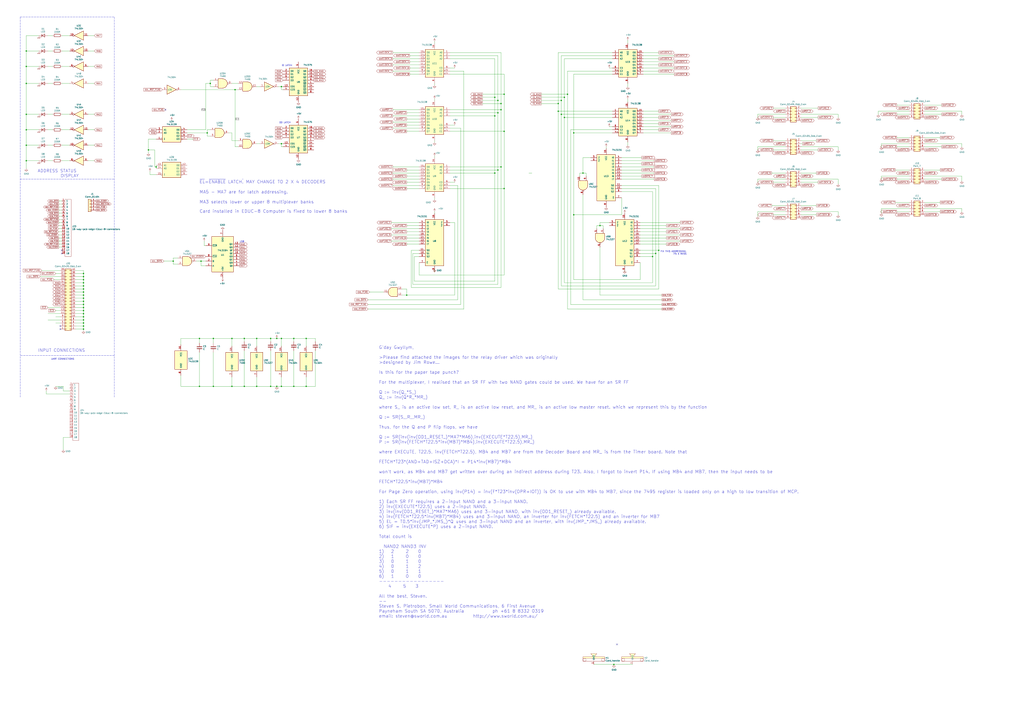
<source format=kicad_sch>
(kicad_sch (version 20211123) (generator eeschema)
  (paper "A1")
  (junction (at 68.58 247.65))
  (junction (at 231.14 118.11))
  (junction (at 408.94 139.7))
  (junction (at 231.14 71.12))
  (junction (at 190.5 317.5))
  (junction (at 68.58 270.51))
  (junction (at 406.4 95.25))
  (junction (at 68.58 224.79))
  (junction (at 21.59 68.58))
  (junction (at 241.3 278.13))
  (junction (at 458.47 91.44))
  (junction (at 68.58 250.19))
  (junction (at 68.58 237.49))
  (junction (at 170.18 109.22))
  (junction (at 535.94 210.82))
  (junction (at 463.55 80.01))
  (junction (at 175.26 278.13))
  (junction (at 541.02 205.74))
  (junction (at 200.66 278.13))
  (junction (at 414.02 77.47))
  (junction (at 175.26 317.5))
  (junction (at 128.27 137.16))
  (junction (at 414.02 107.95))
  (junction (at 461.01 82.55))
  (junction (at 492.76 185.42))
  (junction (at 68.58 257.81))
  (junction (at 68.58 242.57))
  (junction (at 21.59 93.98))
  (junction (at 21.59 119.38))
  (junction (at 471.17 176.53))
  (junction (at 222.25 317.5))
  (junction (at 458.47 85.09))
  (junction (at 463.55 96.52))
  (junction (at 231.14 278.13))
  (junction (at 21.59 106.68))
  (junction (at 21.59 41.91))
  (junction (at 163.83 317.5))
  (junction (at 414.02 154.94))
  (junction (at 68.58 260.35))
  (junction (at 222.25 278.13))
  (junction (at 406.4 80.01))
  (junction (at 68.58 262.89))
  (junction (at 21.59 54.61))
  (junction (at 68.58 234.95))
  (junction (at 231.14 317.5))
  (junction (at 227.33 278.13))
  (junction (at 68.58 245.11))
  (junction (at 172.72 68.58))
  (junction (at 68.58 265.43))
  (junction (at 466.09 77.47))
  (junction (at 200.66 317.5))
  (junction (at 121.92 123.19))
  (junction (at 461.01 93.98))
  (junction (at 251.46 278.13))
  (junction (at 142.24 214.63))
  (junction (at 68.58 267.97))
  (junction (at 411.48 85.09))
  (junction (at 210.82 278.13))
  (junction (at 251.46 317.5))
  (junction (at 210.82 317.5))
  (junction (at 21.59 132.08))
  (junction (at 538.48 208.28))
  (junction (at 68.58 232.41))
  (junction (at 471.17 109.22))
  (junction (at 334.01 242.57))
  (junction (at 408.94 82.55))
  (junction (at 193.04 73.66))
  (junction (at 411.48 137.16))
  (junction (at 163.83 278.13))
  (junction (at 68.58 240.03))
  (junction (at 478.79 142.24))
  (junction (at 241.3 317.5))
  (junction (at 227.33 317.5))
  (junction (at 411.48 90.17))
  (junction (at 408.94 92.71))
  (junction (at 68.58 255.27))
  (junction (at 165.1 214.63))
  (junction (at 406.4 142.24))
  (junction (at 68.58 229.87))
  (junction (at 68.58 252.73))
  (junction (at 190.5 278.13))
  (junction (at 504.19 546.1))
  (junction (at 68.58 227.33))
  (no_connect (at 50.8 205.74))
  (no_connect (at 50.8 208.28))
  (no_connect (at 49.53 270.51))
  (no_connect (at 506.73 529.59))
  (no_connect (at 135.89 90.17))
  (no_connect (at 49.53 267.97))
  (wire (pts (xy 163.83 317.5) (xy 148.59 317.5)))
  (wire (pts (xy 62.23 234.95) (xy 68.58 234.95)))
  (wire (pts (xy 541.02 152.4) (xy 541.02 205.74)))
  (wire (pts (xy 334.01 154.94) (xy 344.17 154.94)))
  (wire (pts (xy 463.55 80.01) (xy 463.55 96.52)))
  (wire (pts (xy 31.75 41.91) (xy 21.59 41.91)))
  (wire (pts (xy 336.55 50.8) (xy 344.17 50.8)))
  (polyline (pts (xy 16.51 13.97) (xy 93.98 13.97)))
  (wire (pts (xy 172.72 66.04) (xy 172.72 68.58)))
  (wire (pts (xy 759.46 166.37) (xy 772.16 166.37)))
  (wire (pts (xy 458.47 43.18) (xy 502.92 43.18)))
  (wire (pts (xy 535.94 210.82) (xy 525.78 210.82)))
  (wire (pts (xy 187.96 109.22) (xy 190.5 109.22)))
  (wire (pts (xy 746.76 173.99) (xy 736.6 173.99)))
  (wire (pts (xy 461.01 234.95) (xy 461.01 93.98)))
  (wire (pts (xy 259.08 288.29) (xy 259.08 317.5)))
  (wire (pts (xy 411.48 236.22) (xy 411.48 137.16)))
  (wire (pts (xy 340.36 210.82) (xy 340.36 231.14)))
  (wire (pts (xy 461.01 234.95) (xy 538.48 234.95)))
  (wire (pts (xy 50.8 200.66) (xy 48.26 200.66)))
  (wire (pts (xy 123.19 143.51) (xy 123.19 140.97)))
  (wire (pts (xy 128.27 138.43) (xy 128.27 137.16)))
  (wire (pts (xy 622.3 120.65) (xy 645.16 120.65)))
  (wire (pts (xy 635 96.52) (xy 645.16 96.52)))
  (wire (pts (xy 541.02 205.74) (xy 525.78 205.74)))
  (wire (pts (xy 466.09 77.47) (xy 466.09 254)))
  (wire (pts (xy 68.58 267.97) (xy 68.58 270.51)))
  (wire (pts (xy 396.24 77.47) (xy 414.02 77.47)))
  (wire (pts (xy 222.25 317.5) (xy 227.33 317.5)))
  (wire (pts (xy 375.92 152.4) (xy 375.92 246.38)))
  (wire (pts (xy 339.09 208.28) (xy 339.09 233.68)))
  (wire (pts (xy 33.02 227.33) (xy 49.53 227.33)))
  (wire (pts (xy 356.87 223.52) (xy 356.87 220.98)))
  (wire (pts (xy 356.87 173.99) (xy 356.87 175.26)))
  (wire (pts (xy 337.82 205.74) (xy 337.82 236.22)))
  (wire (pts (xy 406.4 80.01) (xy 406.4 95.25)))
  (wire (pts (xy 31.75 119.38) (xy 21.59 119.38)))
  (wire (pts (xy 344.17 226.06) (xy 414.02 226.06)))
  (wire (pts (xy 43.18 93.98) (xy 39.37 93.98)))
  (wire (pts (xy 34.29 222.25) (xy 49.53 222.25)))
  (wire (pts (xy 142.24 214.63) (xy 142.24 212.09)))
  (wire (pts (xy 759.46 91.44) (xy 789.94 91.44)))
  (wire (pts (xy 31.75 93.98) (xy 21.59 93.98)))
  (wire (pts (xy 645.16 176.53) (xy 635 176.53)))
  (wire (pts (xy 31.75 29.21) (xy 21.59 29.21)))
  (wire (pts (xy 381 58.42) (xy 369.57 58.42)))
  (wire (pts (xy 200.66 288.29) (xy 200.66 317.5)))
  (wire (pts (xy 723.9 144.78) (xy 723.9 147.32)))
  (wire (pts (xy 68.58 247.65) (xy 68.58 250.19)))
  (wire (pts (xy 502.92 48.26) (xy 463.55 48.26)))
  (wire (pts (xy 322.58 43.18) (xy 344.17 43.18)))
  (wire (pts (xy 241.3 288.29) (xy 241.3 317.5)))
  (wire (pts (xy 411.48 43.18) (xy 369.57 43.18)))
  (wire (pts (xy 190.5 317.5) (xy 200.66 317.5)))
  (wire (pts (xy 528.32 106.68) (xy 541.02 106.68)))
  (wire (pts (xy 77.47 41.91) (xy 72.39 41.91)))
  (wire (pts (xy 62.23 252.73) (xy 68.58 252.73)))
  (wire (pts (xy 195.58 115.57) (xy 190.5 115.57)))
  (wire (pts (xy 356.87 163.83) (xy 356.87 162.56)))
  (wire (pts (xy 746.76 144.78) (xy 723.9 144.78)))
  (wire (pts (xy 43.18 106.68) (xy 39.37 106.68)))
  (wire (pts (xy 77.47 119.38) (xy 72.39 119.38)))
  (wire (pts (xy 21.59 132.08) (xy 21.59 138.43)))
  (wire (pts (xy 153.67 114.3) (xy 158.75 114.3)))
  (wire (pts (xy 31.75 132.08) (xy 21.59 132.08)))
  (wire (pts (xy 411.48 137.16) (xy 411.48 90.17)))
  (wire (pts (xy 45.72 224.79) (xy 49.53 224.79)))
  (wire (pts (xy 369.57 102.87) (xy 373.38 102.87)))
  (wire (pts (xy 142.24 212.09) (xy 146.05 212.09)))
  (wire (pts (xy 50.8 93.98) (xy 57.15 93.98)))
  (wire (pts (xy 510.54 162.56) (xy 510.54 176.53)))
  (wire (pts (xy 408.94 45.72) (xy 369.57 45.72)))
  (wire (pts (xy 528.32 109.22) (xy 551.18 109.22)))
  (wire (pts (xy 165.1 214.63) (xy 168.91 214.63)))
  (wire (pts (xy 170.18 106.68) (xy 170.18 109.22)))
  (wire (pts (xy 222.25 278.13) (xy 227.33 278.13)))
  (wire (pts (xy 735.33 139.7) (xy 746.76 139.7)))
  (wire (pts (xy 172.72 68.58) (xy 168.91 68.58)))
  (wire (pts (xy 39.37 252.73) (xy 49.53 252.73)))
  (wire (pts (xy 62.23 224.79) (xy 68.58 224.79)))
  (wire (pts (xy 478.79 142.24) (xy 476.25 142.24)))
  (wire (pts (xy 746.76 171.45) (xy 723.9 171.45)))
  (wire (pts (xy 502.92 109.22) (xy 471.17 109.22)))
  (wire (pts (xy 510.54 132.08) (xy 537.21 132.08)))
  (wire (pts (xy 50.8 182.88) (xy 48.26 182.88)))
  (wire (pts (xy 44.45 229.87) (xy 49.53 229.87)))
  (wire (pts (xy 471.17 60.96) (xy 502.92 60.96)))
  (wire (pts (xy 222.25 280.67) (xy 222.25 278.13)))
  (wire (pts (xy 153.67 106.68) (xy 168.91 106.68)))
  (wire (pts (xy 337.82 236.22) (xy 411.48 236.22)))
  (wire (pts (xy 369.57 182.88) (xy 373.38 182.88)))
  (wire (pts (xy 165.1 214.63) (xy 165.1 218.44)))
  (wire (pts (xy 50.8 68.58) (xy 57.15 68.58)))
  (wire (pts (xy 369.57 105.41) (xy 378.46 105.41)))
  (wire (pts (xy 175.26 317.5) (xy 163.83 317.5)))
  (wire (pts (xy 322.58 58.42) (xy 344.17 58.42)))
  (wire (pts (xy 478.79 129.54) (xy 478.79 142.24)))
  (wire (pts (xy 21.59 68.58) (xy 21.59 93.98)))
  (wire (pts (xy 551.18 99.06) (xy 528.32 99.06)))
  (wire (pts (xy 558.8 198.12) (xy 525.78 198.12)))
  (wire (pts (xy 50.8 195.58) (xy 48.26 195.58)))
  (wire (pts (xy 62.23 265.43) (xy 68.58 265.43)))
  (wire (pts (xy 528.32 45.72) (xy 553.72 45.72)))
  (wire (pts (xy 241.3 317.5) (xy 251.46 317.5)))
  (wire (pts (xy 68.58 262.89) (xy 68.58 265.43)))
  (wire (pts (xy 657.86 147.32) (xy 688.34 147.32)))
  (wire (pts (xy 43.18 119.38) (xy 39.37 119.38)))
  (wire (pts (xy 736.6 86.36) (xy 746.76 86.36)))
  (wire (pts (xy 657.86 115.57) (xy 670.56 115.57)))
  (wire (pts (xy 21.59 54.61) (xy 31.75 54.61)))
  (wire (pts (xy 336.55 60.96) (xy 344.17 60.96)))
  (wire (pts (xy 369.57 149.86) (xy 373.38 149.86)))
  (polyline (pts (xy 93.98 292.1) (xy 16.51 292.1)))
  (wire (pts (xy 121.92 123.19) (xy 121.92 125.73)))
  (wire (pts (xy 68.58 260.35) (xy 68.58 262.89)))
  (wire (pts (xy 50.8 187.96) (xy 48.26 187.96)))
  (wire (pts (xy 369.57 95.25) (xy 406.4 95.25)))
  (wire (pts (xy 759.46 93.98) (xy 773.43 93.98)))
  (wire (pts (xy 21.59 93.98) (xy 21.59 106.68)))
  (wire (pts (xy 142.24 214.63) (xy 142.24 217.17)))
  (wire (pts (xy 334.01 149.86) (xy 344.17 149.86)))
  (wire (pts (xy 200.66 280.67) (xy 200.66 278.13)))
  (wire (pts (xy 190.5 109.22) (xy 190.5 115.57)))
  (wire (pts (xy 500.38 182.88) (xy 492.76 182.88)))
  (wire (pts (xy 396.24 80.01) (xy 406.4 80.01)))
  (wire (pts (xy 645.16 173.99) (xy 622.3 173.99)))
  (wire (pts (xy 635 88.9) (xy 645.16 88.9)))
  (wire (pts (xy 515.62 68.58) (xy 515.62 71.12)))
  (wire (pts (xy 344.17 208.28) (xy 339.09 208.28)))
  (polyline (pts (xy 16.51 147.32) (xy 93.98 147.32)))
  (wire (pts (xy 622.3 147.32) (xy 622.3 149.86)))
  (wire (pts (xy 645.16 123.19) (xy 635 123.19)))
  (wire (pts (xy 657.86 88.9) (xy 671.83 88.9)))
  (wire (pts (xy 62.23 232.41) (xy 68.58 232.41)))
  (wire (pts (xy 369.57 90.17) (xy 411.48 90.17)))
  (polyline (pts (xy 93.98 13.97) (xy 93.98 326.39)))
  (wire (pts (xy 502.92 106.68) (xy 468.63 106.68)))
  (wire (pts (xy 68.58 229.87) (xy 68.58 232.41)))
  (wire (pts (xy 39.37 262.89) (xy 49.53 262.89)))
  (wire (pts (xy 378.46 105.41) (xy 378.46 250.19)))
  (wire (pts (xy 406.4 142.24) (xy 406.4 231.14)))
  (wire (pts (xy 62.23 222.25) (xy 68.58 222.25)))
  (wire (pts (xy 759.46 144.78) (xy 789.94 144.78)))
  (wire (pts (xy 528.32 55.88) (xy 553.72 55.88)))
  (wire (pts (xy 259.08 278.13) (xy 251.46 278.13)))
  (wire (pts (xy 510.54 144.78) (xy 527.05 144.78)))
  (wire (pts (xy 510.54 142.24) (xy 537.21 142.24)))
  (wire (pts (xy 369.57 154.94) (xy 414.02 154.94)))
  (wire (pts (xy 43.18 132.08) (xy 39.37 132.08)))
  (wire (pts (xy 231.14 118.11) (xy 231.14 120.65)))
  (wire (pts (xy 657.86 176.53) (xy 670.56 176.53)))
  (wire (pts (xy 369.57 137.16) (xy 411.48 137.16)))
  (wire (pts (xy 541.02 43.18) (xy 528.32 43.18)))
  (wire (pts (xy 746.76 91.44) (xy 721.36 91.44)))
  (wire (pts (xy 468.63 106.68) (xy 468.63 250.19)))
  (wire (pts (xy 375.92 246.38) (xy 302.26 246.38)))
  (wire (pts (xy 458.47 91.44) (xy 502.92 91.44)))
  (wire (pts (xy 490.22 185.42) (xy 490.22 187.96)))
  (wire (pts (xy 322.58 53.34) (xy 344.17 53.34)))
  (wire (pts (xy 232.41 71.12) (xy 231.14 71.12)))
  (wire (pts (xy 334.01 190.5) (xy 344.17 190.5)))
  (wire (pts (xy 62.23 237.49) (xy 68.58 237.49)))
  (wire (pts (xy 21.59 29.21) (xy 21.59 41.91)))
  (wire (pts (xy 172.72 106.68) (xy 170.18 106.68)))
  (wire (pts (xy 72.39 106.68) (xy 77.47 106.68)))
  (wire (pts (xy 414.02 154.94) (xy 414.02 107.95)))
  (wire (pts (xy 334.01 102.87) (xy 344.17 102.87)))
  (wire (pts (xy 657.86 123.19) (xy 671.83 123.19)))
  (wire (pts (xy 322.58 147.32) (xy 344.17 147.32)))
  (wire (pts (xy 356.87 35.56) (xy 356.87 34.29)))
  (wire (pts (xy 62.23 245.11) (xy 68.58 245.11)))
  (wire (pts (xy 369.57 60.96) (xy 414.02 60.96)))
  (wire (pts (xy 148.59 317.5) (xy 148.59 308.61)))
  (wire (pts (xy 535.94 157.48) (xy 535.94 210.82)))
  (wire (pts (xy 378.46 250.19) (xy 302.26 250.19)))
  (wire (pts (xy 321.31 193.04) (xy 344.17 193.04)))
  (wire (pts (xy 52.07 359.41) (xy 52.07 369.57)))
  (wire (pts (xy 231.14 278.13) (xy 241.3 278.13)))
  (wire (pts (xy 789.94 144.78) (xy 789.94 148.59)))
  (wire (pts (xy 321.31 198.12) (xy 344.17 198.12)))
  (wire (pts (xy 411.48 85.09) (xy 411.48 43.18)))
  (wire (pts (xy 62.23 260.35) (xy 68.58 260.35)))
  (wire (pts (xy 62.23 267.97) (xy 68.58 267.97)))
  (wire (pts (xy 759.46 86.36) (xy 773.43 86.36)))
  (wire (pts (xy 336.55 55.88) (xy 344.17 55.88)))
  (wire (pts (xy 45.72 255.27) (xy 49.53 255.27)))
  (wire (pts (xy 471.17 176.53) (xy 471.17 229.87)))
  (wire (pts (xy 688.34 147.32) (xy 688.34 151.13)))
  (wire (pts (xy 170.18 109.22) (xy 170.18 111.76)))
  (wire (pts (xy 322.58 95.25) (xy 344.17 95.25)))
  (wire (pts (xy 57.15 106.68) (xy 50.8 106.68)))
  (wire (pts (xy 408.94 139.7) (xy 408.94 233.68)))
  (wire (pts (xy 48.26 172.72) (xy 50.8 172.72)))
  (wire (pts (xy 232.41 118.11) (xy 231.14 118.11)))
  (wire (pts (xy 510.54 137.16) (xy 537.21 137.16)))
  (wire (pts (xy 322.58 105.41) (xy 344.17 105.41)))
  (wire (pts (xy 48.26 185.42) (xy 50.8 185.42)))
  (wire (pts (xy 502.92 96.52) (xy 463.55 96.52)))
  (wire (pts (xy 128.27 137.16) (xy 128.27 135.89)))
  (wire (pts (xy 538.48 154.94) (xy 510.54 154.94)))
  (wire (pts (xy 330.2 242.57) (xy 334.01 242.57)))
  (wire (pts (xy 528.32 96.52) (xy 541.02 96.52)))
  (wire (pts (xy 541.02 53.34) (xy 528.32 53.34)))
  (wire (pts (xy 241.3 280.67) (xy 241.3 278.13)))
  (wire (pts (xy 68.58 245.11) (xy 68.58 247.65)))
  (wire (pts (xy 356.87 82.55) (xy 356.87 81.28)))
  (wire (pts (xy 468.63 250.19) (xy 543.56 250.19)))
  (wire (pts (xy 396.24 85.09) (xy 411.48 85.09)))
  (wire (pts (xy 228.6 71.12) (xy 231.14 71.12)))
  (wire (pts (xy 168.91 68.58) (xy 168.91 106.68)))
  (wire (pts (xy 62.23 250.19) (xy 68.58 250.19)))
  (wire (pts (xy 622.3 123.19) (xy 622.3 120.65)))
  (wire (pts (xy 38.1 323.85) (xy 38.1 321.31)))
  (wire (pts (xy 50.8 119.38) (xy 57.15 119.38)))
  (wire (pts (xy 541.02 58.42) (xy 528.32 58.42)))
  (wire (pts (xy 68.58 227.33) (xy 68.58 229.87)))
  (polyline (pts (xy 16.51 13.97) (xy 16.51 326.39)))
  (wire (pts (xy 321.31 187.96) (xy 344.17 187.96)))
  (wire (pts (xy 344.17 182.88) (xy 321.31 182.88)))
  (wire (pts (xy 759.46 139.7) (xy 772.16 139.7)))
  (wire (pts (xy 161.29 214.63) (xy 165.1 214.63)))
  (wire (pts (xy 657.86 173.99) (xy 688.34 173.99)))
  (wire (pts (xy 633.73 142.24) (xy 645.16 142.24)))
  (wire (pts (xy 68.58 222.25) (xy 68.58 224.79)))
  (wire (pts (xy 127 137.16) (xy 128.27 137.16)))
  (wire (pts (xy 231.14 317.5) (xy 241.3 317.5)))
  (wire (pts (xy 525.78 195.58) (xy 547.37 195.58)))
  (wire (pts (xy 334.01 195.58) (xy 344.17 195.58)))
  (wire (pts (xy 334.01 97.79) (xy 344.17 97.79)))
  (wire (pts (xy 21.59 106.68) (xy 21.59 119.38)))
  (wire (pts (xy 175.26 289.56) (xy 175.26 317.5)))
  (wire (pts (xy 68.58 255.27) (xy 68.58 257.81)))
  (wire (pts (xy 77.47 93.98) (xy 72.39 93.98)))
  (wire (pts (xy 622.3 173.99) (xy 622.3 177.8)))
  (wire (pts (xy 373.38 182.88) (xy 373.38 242.57)))
  (wire (pts (xy 528.32 60.96) (xy 553.72 60.96)))
  (wire (pts (xy 736.6 147.32) (xy 746.76 147.32)))
  (wire (pts (xy 471.17 109.22) (xy 471.17 176.53)))
  (wire (pts (xy 153.67 109.22) (xy 170.18 109.22)))
  (wire (pts (xy 736.6 113.03) (xy 746.76 113.03)))
  (wire (pts (xy 759.46 120.65) (xy 773.43 120.65)))
  (wire (pts (xy 50.8 177.8) (xy 48.26 177.8)))
  (wire (pts (xy 210.82 71.12) (xy 213.36 71.12)))
  (wire (pts (xy 759.46 113.03) (xy 772.16 113.03)))
  (wire (pts (xy 128.27 143.51) (xy 123.19 143.51)))
  (wire (pts (xy 322.58 152.4) (xy 344.17 152.4)))
  (wire (pts (xy 502.92 58.42) (xy 466.09 58.42)))
  (wire (pts (xy 213.36 118.11) (xy 210.82 118.11)))
  (wire (pts (xy 68.58 242.57) (xy 68.58 245.11)))
  (wire (pts (xy 635 115.57) (xy 645.16 115.57)))
  (wire (pts (xy 528.32 50.8) (xy 553.72 50.8)))
  (wire (pts (xy 528.32 93.98) (xy 551.18 93.98)))
  (wire (pts (xy 62.23 247.65) (xy 68.58 247.65)))
  (wire (pts (xy 444.5 80.01) (xy 463.55 80.01)))
  (wire (pts (xy 50.8 41.91) (xy 57.15 41.91)))
  (wire (pts (xy 175.26 281.94) (xy 175.26 278.13)))
  (wire (pts (xy 736.6 93.98) (xy 746.76 93.98)))
  (wire (pts (xy 510.54 129.54) (xy 527.05 129.54)))
  (wire (pts (xy 163.83 289.56) (xy 163.83 317.5)))
  (wire (pts (xy 68.58 265.43) (xy 68.58 267.97)))
  (wire (pts (xy 492.76 185.42) (xy 490.22 185.42)))
  (wire (pts (xy 52.07 321.31) (xy 57.15 321.31)))
  (wire (pts (xy 510.54 157.48) (xy 535.94 157.48)))
  (wire (pts (xy 45.72 260.35) (xy 49.53 260.35)))
  (wire (pts (xy 43.18 54.61) (xy 39.37 54.61)))
  (wire (pts (xy 471.17 229.87) (xy 525.78 229.87)))
  (wire (pts (xy 227.33 278.13) (xy 231.14 278.13)))
  (wire (pts (xy 414.02 226.06) (xy 414.02 154.94)))
  (wire (pts (xy 356.87 115.57) (xy 356.87 116.84)))
  (wire (pts (xy 657.86 93.98) (xy 688.34 93.98)))
  (wire (pts (xy 148.59 278.13) (xy 148.59 283.21)))
  (wire (pts (xy 458.47 43.18) (xy 458.47 85.09)))
  (wire (pts (xy 167.64 198.12) (xy 167.64 201.93)))
  (wire (pts (xy 48.26 190.5) (xy 50.8 190.5)))
  (wire (pts (xy 515.62 83.82) (xy 515.62 81.28)))
  (wire (pts (xy 461.01 45.72) (xy 461.01 82.55)))
  (wire (pts (xy 510.54 139.7) (xy 527.05 139.7)))
  (wire (pts (xy 369.57 139.7) (xy 408.94 139.7)))
  (wire (pts (xy 461.01 82.55) (xy 461.01 93.98)))
  (wire (pts (xy 68.58 240.03) (xy 68.58 242.57)))
  (wire (pts (xy 62.23 262.89) (xy 68.58 262.89)))
  (wire (pts (xy 657.86 142.24) (xy 670.56 142.24)))
  (wire (pts (xy 68.58 250.19) (xy 68.58 252.73)))
  (wire (pts (xy 31.75 68.58) (xy 21.59 68.58)))
  (wire (pts (xy 210.82 317.5) (xy 222.25 317.5)))
  (wire (pts (xy 163.83 278.13) (xy 163.83 281.94)))
  (wire (pts (xy 645.16 147.32) (xy 622.3 147.32)))
  (wire (pts (xy 175.26 278.13) (xy 163.83 278.13)))
  (wire (pts (xy 535.94 210.82) (xy 535.94 232.41)))
  (wire (pts (xy 487.68 546.1) (xy 504.19 546.1)))
  (wire (pts (xy 500.38 104.14) (xy 502.92 104.14)))
  (wire (pts (xy 525.78 190.5) (xy 547.37 190.5)))
  (wire (pts (xy 231.14 278.13) (xy 231.14 284.48)))
  (wire (pts (xy 525.78 182.88) (xy 558.8 182.88)))
  (wire (pts (xy 746.76 120.65) (xy 736.6 120.65)))
  (wire (pts (xy 50.8 167.64) (xy 48.26 167.64)))
  (wire (pts (xy 344.17 215.9) (xy 344.17 226.06)))
  (wire (pts (xy 414.02 77.47) (xy 414.02 60.96)))
  (wire (pts (xy 334.01 144.78) (xy 344.17 144.78)))
  (wire (pts (xy 344.17 205.74) (xy 337.82 205.74)))
  (wire (pts (xy 396.24 82.55) (xy 408.94 82.55)))
  (wire (pts (xy 334.01 107.95) (xy 344.17 107.95)))
  (wire (pts (xy 77.47 29.21) (xy 72.39 29.21)))
  (wire (pts (xy 50.8 180.34) (xy 48.26 180.34)))
  (wire (pts (xy 200.66 278.13) (xy 210.82 278.13)))
  (wire (pts (xy 193.04 73.66) (xy 193.04 120.65)))
  (wire (pts (xy 551.18 104.14) (xy 528.32 104.14)))
  (wire (pts (xy 525.78 200.66) (xy 547.37 200.66)))
  (wire (pts (xy 528.32 91.44) (xy 541.02 91.44)))
  (wire (pts (xy 48.26 165.1) (xy 50.8 165.1)))
  (wire (pts (xy 759.46 173.99) (xy 772.16 173.99)))
  (wire (pts (xy 528.32 101.6) (xy 541.02 101.6)))
  (wire (pts (xy 45.72 265.43) (xy 49.53 265.43)))
  (wire (pts (xy 57.15 323.85) (xy 38.1 323.85)))
  (wire (pts (xy 68.58 232.41) (xy 68.58 234.95)))
  (wire (pts (xy 515.62 35.56) (xy 515.62 33.02)))
  (wire (pts (xy 322.58 90.17) (xy 344.17 90.17)))
  (wire (pts (xy 172.72 71.12) (xy 175.26 71.12)))
  (wire (pts (xy 190.5 278.13) (xy 175.26 278.13)))
  (wire (pts (xy 190.5 284.48) (xy 190.5 278.13)))
  (wire (pts (xy 172.72 68.58) (xy 172.72 71.12)))
  (wire (pts (xy 789.94 118.11) (xy 759.46 118.11)))
  (wire (pts (xy 68.58 252.73) (xy 68.58 255.27)))
  (wire (pts (xy 45.72 317.5) (xy 52.07 317.5)))
  (wire (pts (xy 458.47 91.44) (xy 458.47 85.09)))
  (wire (pts (xy 411.48 90.17) (xy 411.48 85.09)))
  (wire (pts (xy 688.34 173.99) (xy 688.34 176.53)))
  (wire (pts (xy 48.26 193.04) (xy 50.8 193.04)))
  (wire (pts (xy 259.08 317.5) (xy 251.46 317.5)))
  (wire (pts (xy 241.3 278.13) (xy 251.46 278.13)))
  (wire (pts (xy 48.26 198.12) (xy 50.8 198.12)))
  (wire (pts (xy 200.66 317.5) (xy 210.82 317.5)))
  (wire (pts (xy 497.84 120.65) (xy 497.84 121.92)))
  (wire (pts (xy 48.26 203.2) (xy 50.8 203.2)))
  (wire (pts (xy 322.58 142.24) (xy 344.17 142.24)))
  (wire (pts (xy 408.94 45.72) (xy 408.94 82.55)))
  (wire (pts (xy 340.36 231.14) (xy 406.4 231.14)))
  (wire (pts (xy 57.15 359.41) (xy 52.07 359.41)))
  (wire (pts (xy 525.78 193.04) (xy 558.8 193.04)))
  (wire (pts (xy 175.26 66.04) (xy 172.72 66.04)))
  (wire (pts (xy 481.33 142.24) (xy 478.79 142.24)))
  (wire (pts (xy 251.46 317.5) (xy 251.46 309.88)))
  (wire (pts (xy 444.5 77.47) (xy 466.09 77.47)))
  (wire (pts (xy 175.26 317.5) (xy 190.5 317.5)))
  (wire (pts (xy 481.33 144.78) (xy 481.33 142.24)))
  (wire (pts (xy 334.01 92.71) (xy 344.17 92.71)))
  (wire (pts (xy 31.75 106.68) (xy 21.59 106.68)))
  (wire (pts (xy 759.46 171.45) (xy 789.94 171.45)))
  (wire (pts (xy 68.58 257.81) (xy 68.58 260.35)))
  (wire (pts (xy 21.59 54.61) (xy 21.59 68.58)))
  (wire (pts (xy 170.18 111.76) (xy 172.72 111.76)))
  (wire (pts (xy 21.59 41.91) (xy 21.59 54.61)))
  (wire (pts (xy 39.37 29.21) (xy 43.18 29.21)))
  (wire (pts (xy 408.94 92.71) (xy 408.94 139.7)))
  (wire (pts (xy 461.01 45.72) (xy 502.92 45.72)))
  (wire (pts (xy 62.23 255.27) (xy 68.58 255.27)))
  (wire (pts (xy 657.86 168.91) (xy 670.56 168.91)))
  (wire (pts (xy 406.4 95.25) (xy 406.4 142.24)))
  (wire (pts (xy 336.55 45.72) (xy 344.17 45.72)))
  (wire (pts (xy 657.86 118.11) (xy 659.13 118.11)))
  (wire (pts (xy 228.6 118.11) (xy 231.14 118.11)))
  (wire (pts (xy 495.3 185.42) (xy 492.76 185.42)))
  (wire (pts (xy 463.55 48.26) (xy 463.55 80.01)))
  (wire (pts (xy 339.09 233.68) (xy 408.94 233.68)))
  (wire (pts (xy 148.59 73.66) (xy 193.04 73.66)))
  (wire (pts (xy 721.36 91.44) (xy 721.36 93.98)))
  (wire (pts (xy 128.27 114.3) (xy 121.92 114.3)))
  (wire (pts (xy 190.5 309.88) (xy 190.5 317.5)))
  (wire (pts (xy 134.62 214.63) (xy 142.24 214.63)))
  (wire (pts (xy 369.57 152.4) (xy 375.92 152.4)))
  (wire (pts (xy 62.23 240.03) (xy 68.58 240.03)))
  (wire (pts (xy 356.87 129.54) (xy 356.87 128.27)))
  (wire (pts (xy 635 149.86) (xy 645.16 149.86)))
  (wire (pts (xy 528.32 48.26) (xy 541.02 48.26)))
  (wire (pts (xy 492.76 242.57) (xy 543.56 242.57)))
  (wire (pts (xy 510.54 147.32) (xy 537.21 147.32)))
  (wire (pts (xy 356.87 69.85) (xy 356.87 68.58)))
  (wire (pts (xy 142.24 217.17) (xy 146.05 217.17)))
  (wire (pts (xy 259.08 280.67) (xy 259.08 278.13)))
  (wire (pts (xy 121.92 114.3) (xy 121.92 123.19)))
  (wire (pts (xy 688.34 120.65) (xy 657.86 120.65)))
  (wire (pts (xy 369.57 107.95) (xy 414.02 107.95)))
  (wire (pts (xy 251.46 278.13) (xy 251.46 284.48)))
  (wire (pts (xy 525.78 215.9) (xy 525.78 229.87)))
  (wire (pts (xy 62.23 227.33) (xy 68.58 227.33)))
  (wire (pts (xy 381 254) (xy 381 58.42)))
  (wire (pts (xy 369.57 142.24) (xy 406.4 142.24)))
  (wire (pts (xy 227.33 317.5) (xy 231.14 317.5)))
  (wire (pts (xy 492.76 182.88) (xy 492.76 185.42)))
  (wire (pts (xy 471.17 176.53) (xy 510.54 176.53)))
  (wire (pts (xy 500.38 55.88) (xy 502.92 55.88)))
  (wire (pts (xy 62.23 242.57) (xy 68.58 242.57)))
  (wire (pts (xy 72.39 132.08) (xy 77.47 132.08)))
  (wire (pts (xy 231.14 309.88) (xy 231.14 317.5)))
  (wire (pts (xy 62.23 229.87) (xy 68.58 229.87)))
  (wire (pts (xy 344.17 200.66) (xy 334.01 200.66)))
  (wire (pts (xy 344.17 210.82) (xy 340.36 210.82)))
  (wire (pts (xy 510.54 134.62) (xy 527.05 134.62)))
  (wire (pts (xy 645.16 93.98) (xy 622.3 93.98)))
  (wire (pts (xy 495.3 187.96) (xy 495.3 185.42)))
  (wire (pts (xy 210.82 284.48) (xy 210.82 278.13)))
  (wire (pts (xy 723.9 118.11) (xy 746.76 118.11)))
  (wire (pts (xy 195.58 68.58) (xy 190.5 68.58)))
  (wire (pts (xy 303.53 240.03) (xy 314.96 240.03)))
  (wire (pts (xy 344.17 137.16) (xy 322.58 137.16)))
  (wire (pts (xy 789.94 91.44) (xy 789.94 93.98)))
  (wire (pts (xy 735.33 166.37) (xy 746.76 166.37)))
  (wire (pts (xy 478.79 246.38) (xy 543.56 246.38)))
  (wire (pts (xy 373.38 242.57) (xy 334.01 242.57)))
  (wire (pts (xy 334.01 139.7) (xy 344.17 139.7)))
  (wire (pts (xy 68.58 234.95) (xy 68.58 237.49)))
  (wire (pts (xy 50.8 132.08) (xy 57.15 132.08)))
  (wire (pts (xy 231.14 71.12) (xy 231.14 73.66)))
  (wire (pts (xy 485.14 129.54) (xy 478.79 129.54)))
  (wire (pts (xy 538.48 208.28) (xy 538.48 154.94)))
  (wire (pts (xy 466.09 254) (xy 543.56 254)))
  (wire (pts (xy 222.25 288.29) (xy 222.25 317.5)))
  (wire (pts (xy 334.01 185.42) (xy 344.17 185.42)))
  (wire (pts (xy 231.14 120.65) (xy 232.41 120.65)))
  (wire (pts (xy 39.37 41.91) (xy 43.18 41.91)))
  (wire (pts (xy 476.25 142.24) (xy 476.25 144.78)))
  (wire (pts (xy 68.58 237.49) (xy 68.58 240.03)))
  (wire (pts (xy 369.57 92.71) (xy 408.94 92.71)))
  (wire (pts (xy 77.47 68.58) (xy 72.39 68.58)))
  (wire (pts (xy 322.58 100.33) (xy 344.17 100.33)))
  (wire (pts (xy 406.4 48.26) (xy 369.57 48.26)))
  (wire (pts (xy 48.26 170.18) (xy 50.8 170.18)))
  (wire (pts (xy 231.14 73.66) (xy 232.41 73.66)))
  (wire (pts (xy 478.79 160.02) (xy 478.79 246.38)))
  (wire (pts (xy 193.04 120.65) (xy 195.58 120.65)))
  (wire (pts (xy 466.09 58.42) (xy 466.09 77.47)))
  (wire (pts (xy 513.08 223.52) (xy 513.08 222.25)))
  (wire (pts (xy 72.39 54.61) (xy 77.47 54.61)))
  (wire (pts (xy 444.5 82.55) (xy 461.01 82.55)))
  (wire (pts (xy 50.8 29.21) (xy 57.15 29.21)))
  (wire (pts (xy 163.83 278.13) (xy 148.59 278.13)))
  (wire (pts (xy 789.94 171.45) (xy 789.94 173.99)))
  (wire (pts (xy 463.55 96.52) (xy 463.55 232.41)))
  (wire (pts (xy 723.9 171.45) (xy 723.9 175.26)))
  (wire (pts (xy 39.37 68.58) (xy 43.18 68.58)))
  (wire (pts (xy 414.02 107.95) (xy 414.02 77.47)))
  (wire (pts (xy 723.9 120.65) (xy 723.9 118.11)))
  (wire (pts (xy 190.5 278.13) (xy 200.66 278.13)))
  (wire (pts (xy 127 123.19) (xy 127 137.16)))
  (wire (pts (xy 39.37 257.81) (xy 49.53 257.81)))
  (wire (pts (xy 21.59 119.38) (xy 21.59 132.08)))
  (wire (pts (xy 622.3 93.98) (xy 622.3 96.52)))
  (wire (pts (xy 68.58 270.51) (xy 68.58 271.78)))
  (wire (pts (xy 406.4 48.26) (xy 406.4 80.01)))
  (wire (pts (xy 541.02 237.49) (xy 541.02 205.74)))
  (wire (pts (xy 492.76 203.2) (xy 492.76 242.57)))
  (wire (pts (xy 541.02 237.49) (xy 458.47 237.49)))
  (wire (pts (xy 538.48 208.28) (xy 538.48 234.95)))
  (wire (pts (xy 789.94 118.11) (xy 789.94 120.65)))
  (wire (pts (xy 525.78 185.42) (xy 547.37 185.42)))
  (wire (pts (xy 515.62 116.84) (xy 515.62 119.38)))
  (wire (pts (xy 408.94 82.55) (xy 408.94 92.71)))
  (wire (pts (xy 334.01 242.57) (xy 334.01 237.49)))
  (wire (pts (xy 57.15 54.61) (xy 50.8 54.61)))
  (wire (pts (xy 62.23 257.81) (xy 68.58 257.81)))
  (wire (pts (xy 471.17 109.22) (xy 471.17 60.96)))
  (wire (pts (xy 121.92 123.19) (xy 127 123.19)))
  (wire (pts (xy 458.47 237.49) (xy 458.47 91.44)))
  (wire (pts (xy 463.55 232.41) (xy 535.94 232.41)))
  (wire (pts (xy 633.73 168.91) (xy 645.16 168.91)))
  (wire (pts (xy 759.46 147.32) (xy 773.43 147.32)))
  (wire (pts (xy 688.34 120.65) (xy 688.34 123.19)))
  (wire (pts (xy 657.86 149.86) (xy 671.83 149.86)))
  (wire (pts (xy 52.07 317.5) (xy 52.07 321.31)))
  (wire (pts (xy 688.34 93.98) (xy 688.34 96.52)))
  (wire (pts (xy 68.58 224.79) (xy 68.58 227.33)))
  (wire (pts (xy 444.5 85.09) (xy 458.47 85.09)))
  (wire (pts (xy 434.34 142.24) (xy 436.88 142.24)))
  (wire (pts (xy 657.86 96.52) (xy 671.83 96.52)))
  (wire (pts (xy 193.04 73.66) (xy 195.58 73.66)))
  (wire (pts (xy 210.82 278.13) (xy 222.25 278.13)))
  (wire (pts (xy 502.92 93.98) (xy 461.01 93.98)))
  (wire (pts (xy 167.64 201.93) (xy 168.91 201.93)))
  (wire (pts (xy 525.78 187.96) (xy 558.8 187.96)))
  (wire (pts (xy 504.19 546.1) (xy 519.43 546.1)))
  (wire (pts (xy 334.01 237.49) (xy 330.2 237.49)))
  (wire (pts (xy 510.54 152.4) (xy 541.02 152.4)))
  (wire (pts (xy 525.78 208.28) (xy 538.48 208.28)))
  (wire (pts (xy 50.8 175.26) (xy 48.26 175.26)))
  (wire (pts (xy 62.23 270.51) (xy 68.58 270.51)))
  (wire (pts (xy 165.1 218.44) (xy 168.91 218.44)))
  (wire (pts (xy 210.82 317.5) (xy 210.82 309.88)))
  (wire (pts (xy 369.57 55.88) (xy 373.38 55.88)))
  (wire (pts (xy 302.26 254) (xy 381 254)))
  (wire (pts (xy 322.58 48.26) (xy 344.17 48.26)))
  (text "Card installed in EDUC-8 Computer is fixed to lower 8 banks\n" (at 163.83 175.26 0) (effects (font (size 2.54 2.54)) (justify left bottom)))
  (text "MA5 - MA7 are for latch addressing.\n\nMA3 selects lower or upper 8 multiplexer banks" (at 163.83 167.64 0) (effects (font (size 2.54 2.54)) (justify left bottom)))
  (text "G'day Gwyllym,\n\n>Please find attached the images for the relay driver which was originally\n>designed by Jim Rowe...\n\nIs this for the paper tape punch?\n\nFor the multiplexer, I realised that an SR FF with two NAND gates could be used. We have for an SR FF\n\nQ := inv(Q_*S_)\nQ_ := inv(Q*R_*MR_)\n\nwhere S_ is an active low set, R_ is an active low reset, and MR_ is an active low master reset. which we represent this by the function\n\nQ := SR(S_,R_,MR_)\n\nThus, for the Q and P flip flops, we have\n\nQ := SR(inv(inv(OD1_RESET_)*MA7*MA6),inv(EXECUTE*T22.5),MR_)\nP := SR(inv(FETCH*T22.5*inv(MB7)*MB4),inv(EXECUTE*T22.5),MR_)\n\nwhere EXECUTE, T22.5, inv(FETCH*T22.5), MB4 and MB7 are from the Decoder Board and MR_ is from the Timer board. Note that\n\nFETCH*T23*(AND+TAD+ISZ+DCA)*I = P14*inv(MB7)*MB4\n\nwon't work, as MB4 and MB7 get written over during an indirect address during T23. Also, I forgot to invert P14. If using MB4 and MB7, then the input needs to be\n\nFETCH*T22.5*inv(MB7)*MB4\n\nFor Page Zero operation, using inv(P14) = inv(F*T23*inv(OPR+IOT)) is OK to use with MB4 to MB7, since the 7495 register is loaded only on a high to low transition of MCP.\n\n1) Each SR FF requires a 2-input NAND and a 3-input NAND.\n2) inv(EXECUTE*T22.5) uses a 2-input NAND.\n3) inv(inv(OD1_RESET_)*MA7*MA6) uses and 3-input NAND, with inv(OD1_RESET_) already available.\n4) inv(FETCH*T22.5*inv(MB7)*MB4) uses and 3-input NAND, an inverter for inv(FETCH*T22.5) and an inverter for MB7\n5) EL = T0.5*inv(JMP_*JMS_)*Q uses and 3-input NAND and an inverter, with inv(JMP_*JMS_) already available.\n6) SIF = inv(EXECUTE*P) uses a 2-input NAND.\n\nTotal count is\n\n  NAND2 NAND3 INV\n1)   2     2    0\n2)   1     0    0\n3)   0     1    0\n4)   0     1    2\n5)   0     1    1\n6)   1     0    0\n-----------------\n    4     5    3\n\nAll the best, Steven.\n-- \nSteven S. Pietrobon, Small World Communications, 6 First Avenue\nPayneham South SA 5070, Australia            ph +61 8 8332 0319\nemail: steven@sworld.com.au           http://www.sworld.com.au/" (at 311.15 508 0) (effects (font (size 2.54 2.54)) (justify left bottom)))
  (text "FIX THIS ADDRESSING,\nITS A MESS\n" (at 563.88 209.55 180) (effects (font (size 1.27 1.27)) (justify right bottom)))
  (text "ID LATCH" (at 240.03 54.61 180) (effects (font (size 1.27 1.27)) (justify right bottom)))
  (text "OD LATCH" (at 238.76 101.6 180) (effects (font (size 1.27 1.27)) (justify right bottom)))
  (text "LSB" (at 200.66 199.39 180) (effects (font (size 1.27 1.27)) (justify right bottom)))
  (text "UART CONNECTIONS" (at 60.96 295.91 180) (effects (font (size 1.27 1.27)) (justify right bottom)))
  (text "~{EL}=~{ENABLE} LATCH~{.} MAY CHANGE TO 2 X 4 DECODERS" (at 163.83 151.13 0) (effects (font (size 2.54 2.54)) (justify left bottom)))
  (text "ADDRESS STATUS \nDISPLAY" (at 64.77 146.05 180) (effects (font (size 2.4892 2.4892)) (justify right bottom)))
  (text "INPUT CONNECTIONS\n" (at 69.85 289.56 180) (effects (font (size 2.4892 2.4892)) (justify right bottom)))
  (label "~{EL0}" (at 168.91 91.44 180))
  (label "~{EL1}" (at 193.04 99.06 0))
  (global_label "OD0_~{DATA}" (shape output) (at 543.56 246.38 0) (effects (font (size 0.9906 0.9906))) (property "Intersheet References" "${INTERSHEET_REFS}" (effects hide)))
  (global_label "OD~{CLOCK_3}" (shape output) (at 322.58 48.26 180) (property "Intersheet References" "${INTERSHEET_REFS}" (effects hide)))
  (global_label "MA1" (shape input) (at 77.47 119.38 0) (property "Intersheet References" "${INTERSHEET_REFS}" (effects hide)))
  (global_label "ID~{RST_3}" (shape output) (at 645.16 118.11 180) (property "Intersheet References" "${INTERSHEET_REFS}" (effects hide)))
  (global_label "ID~{RST_5}" (shape output) (at 645.16 144.78 180) (property "Intersheet References" "${INTERSHEET_REFS}" (effects hide)))
  (global_label "ID0_~{FLAG}" (shape input) (at 303.53 240.03 180) (property "Intersheet References" "${INTERSHEET_REFS}" (effects hide)))
  (global_label "MA0" (shape input) (at 232.41 105.41 180) (property "Intersheet References" "${INTERSHEET_REFS}" (effects hide)))
  (global_label "ID~{RST_6}" (shape output) (at 657.86 144.78 0) (property "Intersheet References" "${INTERSHEET_REFS}" (effects hide)))
  (global_label "ID_MA2" (shape output) (at 444.5 80.01 180) (property "Intersheet References" "${INTERSHEET_REFS}" (effects hide)))
  (global_label "OD~{FLAG_1}" (shape output) (at 736.6 86.36 180) (property "Intersheet References" "${INTERSHEET_REFS}" (effects hide)))
  (global_label "OD~{DATA_7}" (shape output) (at 746.76 176.53 180) (property "Intersheet References" "${INTERSHEET_REFS}" (effects hide)))
  (global_label "ID~{RST_4}" (shape output) (at 551.18 99.06 0) (property "Intersheet References" "${INTERSHEET_REFS}" (effects hide)))
  (global_label "OD~{FLAG_8}" (shape output) (at 772.16 166.37 0) (property "Intersheet References" "${INTERSHEET_REFS}" (effects hide)))
  (global_label "MA3" (shape input) (at 232.41 113.03 180) (property "Intersheet References" "${INTERSHEET_REFS}" (effects hide)))
  (global_label "OD~{RST_1}" (shape output) (at 322.58 90.17 180) (property "Intersheet References" "${INTERSHEET_REFS}" (effects hide)))
  (global_label "OD1_~{CLOCK}" (shape output) (at 78.74 165.1 0) (effects (font (size 0.9906 0.9906))) (property "Intersheet References" "${INTERSHEET_REFS}" (effects hide)))
  (global_label "OD~{FLAG_7}" (shape output) (at 735.33 166.37 180) (property "Intersheet References" "${INTERSHEET_REFS}" (effects hide)))
  (global_label "ID~{FLAG_2}" (shape output) (at 671.83 88.9 0) (property "Intersheet References" "${INTERSHEET_REFS}" (effects hide)))
  (global_label "ID1_~{RST_FLAG}" (shape input) (at 48.26 190.5 180) (effects (font (size 0.9906 0.9906))) (property "Intersheet References" "${INTERSHEET_REFS}" (effects hide)))
  (global_label "ID~{DATA_6}" (shape output) (at 657.86 152.4 0) (property "Intersheet References" "${INTERSHEET_REFS}" (effects hide)))
  (global_label "MA1" (shape input) (at 232.41 107.95 180) (property "Intersheet References" "${INTERSHEET_REFS}" (effects hide)))
  (global_label "ID~{RST_2}" (shape output) (at 551.18 93.98 0) (property "Intersheet References" "${INTERSHEET_REFS}" (effects hide)))
  (global_label "MA6" (shape output) (at 49.53 247.65 180) (property "Intersheet References" "${INTERSHEET_REFS}" (effects hide)))
  (global_label "ID~{RST_1}" (shape output) (at 541.02 91.44 0) (property "Intersheet References" "${INTERSHEET_REFS}" (effects hide)))
  (global_label "ID0_~{RST_FLAG}" (shape input) (at 302.26 250.19 180) (property "Intersheet References" "${INTERSHEET_REFS}" (effects hide)))
  (global_label "ID1_~{CLOCK}" (shape input) (at 45.72 224.79 180) (property "Intersheet References" "${INTERSHEET_REFS}" (effects hide)))
  (global_label "OD~{FLAG_7}" (shape output) (at 321.31 198.12 180) (property "Intersheet References" "${INTERSHEET_REFS}" (effects hide)))
  (global_label "OD~{DATA_8}" (shape output) (at 759.46 176.53 0) (property "Intersheet References" "${INTERSHEET_REFS}" (effects hide)))
  (global_label "ID~{CLOCK_4}" (shape output) (at 671.83 123.19 0) (property "Intersheet References" "${INTERSHEET_REFS}" (effects hide)))
  (global_label "OD~{DATA_8}" (shape output) (at 334.01 154.94 180) (property "Intersheet References" "${INTERSHEET_REFS}" (effects hide)))
  (global_label "OD~{DATA_4}" (shape output) (at 334.01 144.78 180) (property "Intersheet References" "${INTERSHEET_REFS}" (effects hide)))
  (global_label "ID~{RST_7}" (shape output) (at 541.02 106.68 0) (property "Intersheet References" "${INTERSHEET_REFS}" (effects hide)))
  (global_label "ID~{FLAG_2}" (shape output) (at 547.37 185.42 0) (property "Intersheet References" "${INTERSHEET_REFS}" (effects hide)))
  (global_label "ID~{FLAG_4}" (shape output) (at 670.56 115.57 0) (property "Intersheet References" "${INTERSHEET_REFS}" (effects hide)))
  (global_label "ID_MA3" (shape output) (at 257.81 113.03 0) (property "Intersheet References" "${INTERSHEET_REFS}" (effects hide)))
  (global_label "MA2" (shape input) (at 232.41 110.49 180) (property "Intersheet References" "${INTERSHEET_REFS}" (effects hide)))
  (global_label "MA3" (shape input) (at 232.41 66.04 180) (property "Intersheet References" "${INTERSHEET_REFS}" (effects hide)))
  (global_label "OD~{CLOCK_6}" (shape output) (at 336.55 55.88 180) (property "Intersheet References" "${INTERSHEET_REFS}" (effects hide)))
  (global_label "OD~{CLOCK_8}" (shape output) (at 772.16 173.99 0) (property "Intersheet References" "${INTERSHEET_REFS}" (effects hide)))
  (global_label "MA4" (shape input) (at 77.47 68.58 0) (property "Intersheet References" "${INTERSHEET_REFS}" (effects hide)))
  (global_label "OD~{DATA_2}" (shape output) (at 759.46 96.52 0) (property "Intersheet References" "${INTERSHEET_REFS}" (effects hide)))
  (global_label "OD~{RST_7}" (shape output) (at 746.76 168.91 180) (property "Intersheet References" "${INTERSHEET_REFS}" (effects hide)))
  (global_label "OD~{CLOCK_5}" (shape output) (at 322.58 53.34 180) (property "Intersheet References" "${INTERSHEET_REFS}" (effects hide)))
  (global_label "ID1_~{FLAG}" (shape input) (at 135.89 90.17 180) (property "Intersheet References" "${INTERSHEET_REFS}" (effects hide)))
  (global_label "OD1_~{RST_FLAG}" (shape output) (at 48.26 170.18 180) (effects (font (size 0.9906 0.9906))) (property "Intersheet References" "${INTERSHEET_REFS}" (effects hide)))
  (global_label "ID~{FLAG_7}" (shape output) (at 558.8 198.12 0) (property "Intersheet References" "${INTERSHEET_REFS}" (effects hide)))
  (global_label "ID1_~{RST_FLAG}" (shape input) (at 34.29 222.25 180) (property "Intersheet References" "${INTERSHEET_REFS}" (effects hide)))
  (global_label "ID~{DATA_3}" (shape output) (at 527.05 134.62 0) (property "Intersheet References" "${INTERSHEET_REFS}" (effects hide)))
  (global_label "OD~{DATA_1}" (shape output) (at 322.58 137.16 180) (property "Intersheet References" "${INTERSHEET_REFS}" (effects hide)))
  (global_label "MA0" (shape input) (at 77.47 132.08 0) (property "Intersheet References" "${INTERSHEET_REFS}" (effects hide)))
  (global_label "OD~{RST_8}" (shape output) (at 759.46 168.91 0) (property "Intersheet References" "${INTERSHEET_REFS}" (effects hide)))
  (global_label "OD~{RST_2}" (shape output) (at 759.46 88.9 0) (property "Intersheet References" "${INTERSHEET_REFS}" (effects hide)))
  (global_label "OD~{RST_3}" (shape output) (at 746.76 115.57 180) (property "Intersheet References" "${INTERSHEET_REFS}" (effects hide)))
  (global_label "ID~{CLOCK_7}" (shape output) (at 635 176.53 180) (property "Intersheet References" "${INTERSHEET_REFS}" (effects hide)))
  (global_label "ID~{FLAG_1}" (shape output) (at 635 88.9 180) (property "Intersheet References" "${INTERSHEET_REFS}" (effects hide)))
  (global_label "MA2" (shape output) (at 196.85 205.74 0) (property "Intersheet References" "${INTERSHEET_REFS}" (effects hide)))
  (global_label "OD~{RST_4}" (shape output) (at 334.01 97.79 180) (property "Intersheet References" "${INTERSHEET_REFS}" (effects hide)))
  (global_label "ID~{DATA_7}" (shape output) (at 645.16 179.07 180) (property "Intersheet References" "${INTERSHEET_REFS}" (effects hide)))
  (global_label "MA7" (shape input) (at 77.47 29.21 0) (property "Intersheet References" "${INTERSHEET_REFS}" (effects hide)))
  (global_label "OD~{FLAG_3}" (shape output) (at 321.31 187.96 180) (property "Intersheet References" "${INTERSHEET_REFS}" (effects hide)))
  (global_label "ID~{DATA_3}" (shape output) (at 645.16 125.73 180) (property "Intersheet References" "${INTERSHEET_REFS}" (effects hide)))
  (global_label "OD~{RST_6}" (shape output) (at 759.46 142.24 0) (property "Intersheet References" "${INTERSHEET_REFS}" (effects hide)))
  (global_label "OD~{FLAG_1}" (shape output) (at 321.31 182.88 180) (property "Intersheet References" "${INTERSHEET_REFS}" (effects hide)))
  (global_label "~{EL2}" (shape output) (at 153.67 111.76 0) (property "Intersheet References" "${INTERSHEET_REFS}" (effects hide)))
  (global_label "ID~{RST_5}" (shape output) (at 541.02 101.6 0) (property "Intersheet References" "${INTERSHEET_REFS}" (effects hide)))
  (global_label "OD~{DATA_3}" (shape output) (at 322.58 142.24 180) (property "Intersheet References" "${INTERSHEET_REFS}" (effects hide)))
  (global_label "OD~{FLAG_4}" (shape output) (at 334.01 190.5 180) (property "Intersheet References" "${INTERSHEET_REFS}" (effects hide)))
  (global_label "MA4" (shape output) (at 196.85 210.82 0) (property "Intersheet References" "${INTERSHEET_REFS}" (effects hide)))
  (global_label "~{EL2}" (shape input) (at 39.37 252.73 180) (property "Intersheet References" "${INTERSHEET_REFS}" (effects hide)))
  (global_label "ID~{FLAG_7}" (shape output) (at 633.73 168.91 180) (property "Intersheet References" "${INTERSHEET_REFS}" (effects hide)))
  (global_label "ID_MA1" (shape output) (at 257.81 107.95 0) (property "Intersheet References" "${INTERSHEET_REFS}" (effects hide)))
  (global_label "MA7" (shape output) (at 128.27 106.68 180) (property "Intersheet References" "${INTERSHEET_REFS}" (effects hide)))
  (global_label "ID~{FLAG_3}" (shape output) (at 558.8 187.96 0) (property "Intersheet References" "${INTERSHEET_REFS}" (effects hide)))
  (global_label "OD_MA2" (shape output) (at 257.81 63.5 0) (property "Intersheet References" "${INTERSHEET_REFS}" (effects hide)))
  (global_label "OD~{FLAG_3}" (shape output) (at 736.6 113.03 180) (property "Intersheet References" "${INTERSHEET_REFS}" (effects hide)))
  (global_label "OD1_~{FLAG}" (shape output) (at 48.26 167.64 180) (effects (font (size 0.9906 0.9906))) (property "Intersheet References" "${INTERSHEET_REFS}" (effects hide)))
  (global_label "MA0" (shape output) (at 196.85 200.66 0) (property "Intersheet References" "${INTERSHEET_REFS}" (effects hide)))
  (global_label "ID~{FLAG_6}" (shape output) (at 670.56 142.24 0) (property "Intersheet References" "${INTERSHEET_REFS}" (effects hide)))
  (global_label "ID1_~{RST_FLAG}" (shape input) (at 133.35 73.66 180) (property "Intersheet References" "${INTERSHEET_REFS}" (effects hide)))
  (global_label "OD~{FLAG_2}" (shape output) (at 773.43 86.36 0) (property "Intersheet References" "${INTERSHEET_REFS}" (effects hide)))
  (global_label "OD~{RST_2}" (shape output) (at 334.01 92.71 180) (property "Intersheet References" "${INTERSHEET_REFS}" (effects hide)))
  (global_label "ID~{FLAG_4}" (shape output) (at 547.37 190.5 0) (property "Intersheet References" "${INTERSHEET_REFS}" (effects hide)))
  (global_label "ID0_~{FLAG}" (shape output) (at 48.26 198.12 180) (effects (font (size 0.9906 0.9906))) (property "Intersheet References" "${INTERSHEET_REFS}" (effects hide)))
  (global_label "OD~{RST_5}" (shape output) (at 322.58 100.33 180) (property "Intersheet References" "${INTERSHEET_REFS}" (effects hide)))
  (global_label "OD~{DATA_7}" (shape output) (at 322.58 152.4 180) (property "Intersheet References" "${INTERSHEET_REFS}" (effects hide)))
  (global_label "OD~{CLOCK_1}" (shape output) (at 736.6 93.98 180) (property "Intersheet References" "${INTERSHEET_REFS}" (effects hide)))
  (global_label "OD1_~{DATA}" (shape output) (at 48.26 165.1 180) (effects (font (size 0.9906 0.9906))) (property "Intersheet References" "${INTERSHEET_REFS}" (effects hide)))
  (global_label "ID~{CLOCK_5}" (shape output) (at 541.02 53.34 0) (property "Intersheet References" "${INTERSHEET_REFS}" (effects hide)))
  (global_label "~{EL3}" (shape input) (at 45.72 255.27 180) (property "Intersheet References" "${INTERSHEET_REFS}" (effects hide)))
  (global_label "ID0_~{CLOCK}" (shape input) (at 302.26 254 180) (property "Intersheet References" "${INTERSHEET_REFS}" (effects hide)))
  (global_label "MA3" (shape output) (at 49.53 240.03 180) (property "Intersheet References" "${INTERSHEET_REFS}" (effects hide)))
  (global_label "ID_MA0" (shape output) (at 257.81 105.41 0) (property "Intersheet References" "${INTERSHEET_REFS}" (effects hide)))
  (global_label "MA5" (shape output) (at 196.85 213.36 0) (property "Intersheet References" "${INTERSHEET_REFS}" (effects hide)))
  (global_label "MA1" (shape output) (at 49.53 234.95 180) (property "Intersheet References" "${INTERSHEET_REFS}" (effects hide)))
  (global_label "MA6" (shape output) (at 128.27 109.22 180) (property "Intersheet References" "${INTERSHEET_REFS}" (effects hide)))
  (global_label "OD~{DATA_6}" (shape output) (at 334.01 149.86 180) (property "Intersheet References" "${INTERSHEET_REFS}" (effects hide)))
  (global_label "ID~{CLOCK_2}" (shape output) (at 671.83 96.52 0) (property "Intersheet References" "${INTERSHEET_REFS}" (effects hide)))
  (global_label "ID~{CLOCK_7}" (shape output) (at 541.02 58.42 0) (property "Intersheet References" "${INTERSHEET_REFS}" (effects hide)))
  (global_label "OD~{RST_8}" (shape output) (at 334.01 107.95 180) (property "Intersheet References" "${INTERSHEET_REFS}" (effects hide)))
  (global_label "OD_MA2" (shape output) (at 396.24 80.01 180) (property "Intersheet References" "${INTERSHEET_REFS}" (effects hide)))
  (global_label "ID~{CLOCK_8}" (shape output) (at 553.72 60.96 0) (property "Intersheet References" "${INTERSHEET_REFS}" (effects hide)))
  (global_label "ID~{CLOCK_1}" (shape output) (at 541.02 43.18 0) (property "Intersheet References" "${INTERSHEET_REFS}" (effects hide)))
  (global_label "OD1_~{FLAG}" (shape output) (at 78.74 170.18 0) (effects (font (size 0.9906 0.9906))) (property "Intersheet References" "${INTERSHEET_REFS}" (effects hide)))
  (global_label "OD~{CLOCK_2}" (shape output) (at 336.55 45.72 180) (property "Intersheet References" "${INTERSHEET_REFS}" (effects hide)))
  (global_label "ID~{CLOCK_8}" (shape output) (at 670.56 176.53 0) (property "Intersheet References" "${INTERSHEET_REFS}" (effects hide)))
  (global_label "OD~{FLAG_6}" (shape output) (at 772.16 139.7 0) (property "Intersheet References" "${INTERSHEET_REFS}" (effects hide)))
  (global_label "ID~{CLOCK_3}" (shape output) (at 635 123.19 180) (property "Intersheet References" "${INTERSHEET_REFS}" (effects hide)))
  (global_label "ID0_~{DATA}" (shape output) (at 48.26 195.58 180) (effects (font (size 0.9906 0.9906))) (property "Intersheet References" "${INTERSHEET_REFS}" (effects hide)))
  (global_label "OD1_~{CLOCK}" (shape output) (at 48.26 172.72 180) (effects (font (size 0.9906 0.9906))) (property "Intersheet References" "${INTERSHEET_REFS}" (effects hide)))
  (global_label "ID~{DATA_5}" (shape output) (at 645.16 152.4 180) (property "Intersheet References" "${INTERSHEET_REFS}" (effects hide)))
  (global_label "OD~{CLOCK_7}" (shape output) (at 322.58 58.42 180) (property "Intersheet References" "${INTERSHEET_REFS}" (effects hide)))
  (global_label "ID_MA3" (shape output) (at 444.5 77.47 180) (property "Intersheet References" "${INTERSHEET_REFS}" (effects hide)))
  (global_label "OD~{CLOCK_2}" (shape output) (at 773.43 93.98 0) (property "Intersheet References" "${INTERSHEET_REFS}" (effects hide)))
  (global_label "ID~{CLOCK_2}" (shape output) (at 553.72 45.72 0) (property "Intersheet References" "${INTERSHEET_REFS}" (effects hide)))
  (global_label "OD~{DATA_2}" (shape output) (at 334.01 139.7 180) (property "Intersheet References" "${INTERSHEET_REFS}" (effects hide)))
  (global_label "OD~{FLAG_6}" (shape output) (at 334.01 195.58 180) (property "Intersheet References" "${INTERSHEET_REFS}" (effects hide)))
  (global_label "OD_MA1" (shape output) (at 396.24 82.55 180) (property "Intersheet References" "${INTERSHEET_REFS}" (effects hide)))
  (global_label "MA2" (shape output) (at 49.53 237.49 180) (property "Intersheet References" "${INTERSHEET_REFS}" (effects hide)))
  (global_label "OD~{DATA_1}" (shape output) (at 746.76 96.52 180) (property "Intersheet References" "${INTERSHEET_REFS}" (effects hide)))
  (global_label "ID~{RST_8}" (shape output) (at 551.18 109.22 0) (property "Intersheet References" "${INTERSHEET_REFS}" (effects hide)))
  (global_label "OD_MA3" (shape output) (at 257.81 66.04 0) (property "Intersheet References" "${INTERSHEET_REFS}" (effects hide)))
  (global_label "ID~{RST_4}" (shape output) (at 659.13 118.11 0) (property "Intersheet References" "${INTERSHEET_REFS}" (effects hide)))
  (global_label "OD~{CLOCK_7}" (shape output) (at 736.6 173.99 180) (property "Intersheet References" "${INTERSHEET_REFS}" (effects hide)))
  (global_label "ID_MA1" (shape output) (at 444.5 82.55 180) (property "Intersheet References" "${INTERSHEET_REFS}" (effects hide)))
  (global_label "ID~{DATA_8}" (shape output) (at 537.21 147.32 0) (property "Intersheet References" "${INTERSHEET_REFS}" (effects hide)))
  (global_label "ID~{RST_2}" (shape output) (at 657.86 91.44 0) (property "Intersheet References" "${INTERSHEET_REFS}" (effects hide)))
  (global_label "OD0_~{RST_FLAG}" (shape output) (at 543.56 250.19 0) (effects (font (size 0.9906 0.9906))) (property "Intersheet References" "${INTERSHEET_REFS}" (effects hide)))
  (global_label "ID1_~{CLOCK}" (shape input) (at 48.26 193.04 180) (effects (font (size 0.9906 0.9906))) (property "Intersheet References" "${INTERSHEET_REFS}" (effects hide)))
  (global_label "OD~{CLOCK_3}" (shape output) (at 736.6 120.65 180) (property "Intersheet References" "${INTERSHEET_REFS}" (effects hide)))
  (global_label "ID~{CLOCK_3}" (shape output) (at 541.02 48.26 0) (property "Intersheet References" "${INTERSHEET_REFS}" (effects hide)))
  (global_label "OD0_~{RST_FLAG}" (shape output) (at 48.26 180.34 180) (effects (font (size 0.9906 0.9906))) (property "Intersheet References" "${INTERSHEET_REFS}" (effects hide)))
  (global_label "OD~{FLAG_5}" (shape output) (at 735.33 139.7 180) (property "Intersheet References" "${INTERSHEET_REFS}" (effects hide)))
  (global_label "OD~{CLOCK_6}" (shape output) (at 773.43 147.32 0) (property "Intersheet References" "${INTERSHEET_REFS}" (effects hide)))
  (global_label "OD1_~{DATA}" (shape output) (at 78.74 172.72 0) (effects (font (size 0.9906 0.9906))) (property "Intersheet References" "${INTERSHEET_REFS}" (effects hide)))
  (global_label "OD~{DATA_4}" (shape output) (at 759.46 123.19 0) (property "Intersheet References" "${INTERSHEET_REFS}" (effects hide)))
  (global_label "OD~{DATA_5}" (shape output) (at 322.58 147.32 180) (property "Intersheet References" "${INTERSHEET_REFS}" (effects hide)))
  (global_label "ID~{FLAG_1}" (shape output) (at 558.8 182.88 0) (property "Intersheet References" "${INTERSHEET_REFS}" (effects hide)))
  (global_label "ID1_~{FLAG}" (shape input) (at 44.45 229.87 180) (property "Intersheet References" "${INTERSHEET_REFS}" (effects hide)))
  (global_label "ID~{DATA_1}" (shape output) (at 527.05 129.54 0) (property "Intersheet References" "${INTERSHEET_REFS}" (effects hide)))
  (global_label "ID~{RST_6}" (shape output) (at 551.18 104.14 0) (property "Intersheet References" "${INTERSHEET_REFS}" (effects hide)))
  (global_label "ID~{CLOCK_1}" (shape output) (at 635 96.52 180) (property "Intersheet References" "${INTERSHEET_REFS}" (effects hide)))
  (global_label "ID~{DATA_4}" (shape output) (at 657.86 125.73 0) (property "Intersheet References" "${INTERSHEET_REFS}" (effects hide)))
  (global_label "OD~{CLOCK_8}" (shape output) (at 336.55 60.96 180) (property "Intersheet References" "${INTERSHEET_REFS}" (effects hide)))
  (global_label "ID_MA2" (shape output) (at 257.81 110.49 0) (property "Intersheet References" "${INTERSHEET_REFS}" (effects hide)))
  (global_label "ID1_~{DATA}" (shape input) (at 33.02 227.33 180) (property "Intersheet References" "${INTERSHEET_REFS}" (effects hide)))
  (global_label "OD~{RST_6}" (shape output) (at 334.01 102.87 180) (property "Intersheet References" "${INTERSHEET_REFS}" (effects hide)))
  (global_label "OD~{RST_1}" (shape output) (at 746.76 88.9 180) (property "Intersheet References" "${INTERSHEET_REFS}" (effects hide)))
  (global_label "MA4" (shape output) (at 49.53 242.57 180) (property "Intersheet References" "${INTERSHEET_REFS}" (effects hide)))
  (global_label "MA2" (shape input) (at 232.41 63.5 180) (property "Intersheet References" "${INTERSHEET_REFS}" (effects hide)))
  (global_label "MA2" (shape input) (at 77.47 106.68 0) (property "Intersheet References" "${INTERSHEET_REFS}" (effects hide)))
  (global_label "ID~{RST_1}" (shape output) (at 645.16 91.44 180) (property "Intersheet References" "${INTERSHEET_REFS}" (effects hide)))
  (global_label "OD_MA1" (shape output) (at 257.81 60.96 0) (property "Intersheet References" "${INTERSHEET_REFS}" (effects hide)))
  (global_label "MA1" (shape output) (at 196.85 203.2 0) (property "Intersheet References" "${INTERSHEET_REFS}" (effects hide)))
  (global_label "OD~{FLAG_2}" (shape output) (at 334.01 185.42 180) (property "Intersheet References" "${INTERSHEET_REFS}" (effects hide)))
  (global_label "ID~{RST_8}" (shape output) (at 657.86 171.45 0) (property "Intersheet References" "${INTERSHEET_REFS}" (effects hide)))
  (global_label "ID1_~{DATA}" (shape input) (at 134.62 214.63 180) (property "Intersheet References" "${INTERSHEET_REFS}" (effects hide)))
  (global_label "MA1" (shape input) (at 232.41 60.96 180) (property "Intersheet References" "${INTERSHEET_REFS}" (effects hide)))
  (global_label "MA3" (shape output) (at 196.85 208.28 0) (property "Intersheet References" "${INTERSHEET_REFS}" (effects hide)))
  (global_label "OD~{RST_5}" (shape output) (at 746.76 142.24 180) (property "Intersheet References" "${INTERSHEET_REFS}" (effects hide)))
  (global_label "ID~{DATA_4}" (shape output) (at 537.21 137.16 0) (property "Intersheet References" "${INTERSHEET_REFS}" (effects hide)))
  (global_label "ID~{FLAG_5}" (shape output) (at 558.8 193.04 0) (property "Intersheet References" "${INTERSHEET_REFS}" (effects hide)))
  (global_label "MA5" (shape output) (at 49.53 245.11 180) (property "Intersheet References" "${INTERSHEET_REFS}" (effects hide)))
  (global_label "OD1_~{RST_FLAG}" (shape output) (at 78.74 167.64 0) (effects (font (size 0.9906 0.9906))) (property "Intersheet References" "${INTERSHEET_REFS}" (effects hide)))
  (global_label "OD~{FLAG_8}" (shape output) (at 334.01 200.66 180) (property "Intersheet References" "${INTERSHEET_REFS}" (effects hide)))
  (global_label "ID1_~{CLOCK}" (shape input) (at 168.91 210.82 180) (property "Intersheet References" "${INTERSHEET_REFS}" (effects hide)))
  (global_label "ID~{DATA_7}" (shape output) (at 527.05 144.78 0) (property "Intersheet References" "${INTERSHEET_REFS}" (effects hide)))
  (global_label "OD0_~{FLAG}" (shape output) (at 543.56 242.57 0) (effects (font (size 0.9906 0.9906))) (property "Intersheet References" "${INTERSHEET_REFS}" (effects hide)))
  (global_label "ID1_~{DATA}" (shape input) (at 48.26 185.42 180) (effects (font (size 0.9906 0.9906))) (property "Intersheet References" "${INTERSHEET_REFS}" (effects hide)))
  (global_label "ID~{RST_7}" (shape output) (at 645.16 171.45 180) (property "Intersheet References" "${INTERSHEET_REFS}" (effects hide)))
  (global_label "ID0_~{DATA}" (shape input) (at 302.26 246.38 180) (property "Intersheet References" "${INTERSHEET_REFS}" (effects hide)))
  (global_label "OD~{RST_4}" (shape output) (at 759.46 115.57 0) (property "Intersheet References" "${INTERSHEET_REFS}" (effects hide)))
  (global_label "ID~{FLAG_5}" (shape output) (at 633.73 142.24 180) (property "Intersheet References" "${INTERSHEET_REFS}" (effects hide)))
  (global_label "ID~{FLAG_3}" (shape output) (at 635 115.57 180) (property "Intersheet References" "${INTERSHEET_REFS}" (effects hide)))
  (global_label "ID~{DATA_2}" (shape output) (at 537.21 132.08 0) (property "Intersheet References" "${INTERSHEET_REFS}" (effects hide)))
  (global_label "ID0_~{CLOCK}" (shape output) (at 48.26 203.2 180) (effects (font (size 0.9906 0.9906))) (property "Intersheet References" "${INTERSHEET_REFS}" (effects hide)))
  (global_label "MA7" (shape output) (at 49.53 250.19 180) (property "Intersheet References" "${INTERSHEET_REFS}" (effects hide)))
  (global_label "ID~{CLOCK_6}" (shape output) (at 553.72 55.88 0) (property "Intersheet References" "${INTERSHEET_REFS}" (effects hide)))
  (global_label "OD~{CLOCK_1}" (shape output) (at 322.58 43.18 180) (property "Intersheet References" "${INTERSHEET_REFS}" (effects hide)))
  (global_label "OD~{FLAG_5}" (shape output) (at 321.31 193.04 180) (property "Intersheet References" "${INTERSHEET_REFS}" (effects hide)))
  (global_label "OD~{RST_3}" (shape output) (at 322.58 95.25 180) (property "Intersheet References" "${INTERSHEET_REFS}" (effects hide)))
  (global_label "MA5" (shape input) (at 77.47 54.61 0) (property "Intersheet References" "${INTERSHEET_REFS}" (effects hide)))
  (global_label "OD~{CLOCK_4}" (shape output) (at 773.43 120.65 0) (property "Intersheet References" "${INTERSHEET_REFS}" (effects hide)))
  (global_label "~{EL3}" (shape output) (at 158.75 114.3 0) (property "Intersheet References" "${INTERSHEET_REFS}" (effects hide)))
  (global_label "OD_MA0" (shape output) (at 396.24 85.09 180) (property "Intersheet References" "${INTERSHEET_REFS}" (effects hide)))
  (global_label "OD~{DATA_3}" (shape output) (at 746.76 123.19 180) (property "Intersheet References" "${INTERSHEET_REFS}" (effects hide)))
  (global_label "MA6" (shape input) (at 77.47 41.91 0) (property "Intersheet References" "${INTERSHEET_REFS}" (effects hide)))
  (global_label "ID~{DATA_1}" (shape output) (at 645.16 99.06 180) (property "Intersheet References" "${INTERSHEET_REFS}" (effects hide)))
  (global_label "MA0" (shape input) (at 232.41 58.42 180) (property "Intersheet References" "${INTERSHEET_REFS}" (effects hide)))
  (global_label "ID~{DATA_6}" (shape output) (at 537.21 142.24 0) (property "Intersheet References" "${INTERSHEET_REFS}" (effects hide)))
  (global_label "ID~{CLOCK_6}" (shape output) (at 671.83 149.86 0) (property "Intersheet References" "${INTERSHEET_REFS}" (effects hide)))
  (global_label "OD~{DATA_6}" (shape output) (at 759.46 149.86 0) (property "Intersheet References" "${INTERSHEET_REFS}" (effects hide)))
  (global_label "ID0_~{RST_FLAG}" (shape output) (at 48.26 200.66 180) (effects (font (size 0.9906 0.9906))) (property "Intersheet References" "${INTERSHEET_REFS}" (effects hide)))
  (global_label "ID~{RST_3}" (shape output) (at 541.02 96.52 0) (property "Intersheet References" "${INTERSHEET_REFS}" (effects hide)))
  (global_label "MA3" (shape input) (at 77.47 93.98 0) (property "Intersheet References" "${INTERSHEET_REFS}" (effects hide)))
  (global_label "ID_MA0" (shape output) (at 444.5 85.09 180) (property "Intersheet References" "${INTERSHEET_REFS}" (effects hide)))
  (global_label "ID~{FLAG_8}" (shape output) (at 547.37 200.66 0) (property "Intersheet References" "${INTERSHEET_REFS}" (effects hide)))
  (global_label "MA6" (shape output) (at 196.85 215.9 0) (property "Intersheet References" "${INTERSHEET_REFS}" (effects hide)))
  (global_label "ID~{FLAG_8}" (shape output) (at 670.56 168.91 0) (property "Intersheet References" "${INTERSHEET_REFS}" (effects hide)))
  (global_label "ID~{DATA_8}" (shape output) (at 657.86 179.07 0) (property "Intersheet References" "${INTERSHEET_REFS}" (effects hide)))
  (global_label "ID~{DATA_2}" (shape output) (at 657.86 99.06 0) (property "Intersheet References" "${INTERSHEET_REFS}" (effects hide)))
  (global_label "MA0" (shape output) (at 49.53 232.41 180) (property "Intersheet References" "${INTERSHEET_REFS}" (effects hide)))
  (global_label "ID~{CLOCK_5}" (shape output) (at 635 149.86 180) (property "Intersheet References" "${INTERSHEET_REFS}" (effects hide)))
  (global_label "ID~{DATA_5}" (shape output) (at 527.05 139.7 0) (property "Intersheet References" "${INTERSHEET_REFS}" (effects hide)))
  (global_label "ID~{FLAG_6}" (shape output) (at 547.37 195.58 0) (property "Intersheet References" "${INTERSHEET_REFS}" (effects hide)))
  (global_label "OD_MA3" (shape output) (at 396.24 77.47 180) (property "Intersheet References" "${INTERSHEET_REFS}" (effects hide)))
  (global_label "ID1_~{FLAG}" (shape input) (at 48.26 187.96 180) (effects (font (size 0.9906 0.9906))) (property "Intersheet References" "${INTERSHEET_REFS}" (effects hide)))
  (global_label "OD_MA0" (shape output) (at 257.81 58.42 0) (property "Intersheet References" "${INTERSHEET_REFS}" (effects hide)))
  (global_label "OD~{CLOCK_4}" (shape output) (at 336.55 50.8 180) (property "Intersheet References" "${INTERSHEET_REFS}" (effects hide)))
  (global_label "OD0_~{DATA}" (shape output) (at 48.26 175.26 180) (effects (font (size 0.9906 0.9906))) (property "Intersheet References" "${INTERSHEET_REFS}" (effects hide)))
  (global_label "ID~{CLOCK_4}" (shape output) (at 553.72 50.8 0) (property "Intersheet References" "${INTERSHEET_REFS}" (effects hide)))
  (global_label "OD0_~{CLOCK}" (shape output) (at 48.26 182.88 180) (effects (font (size 0.9906 0.9906))) (property "Intersheet References" "${INTERSHEET_REFS}" (effects hide)))
  (global_label "OD0_~{CLOCK}" (shape output) (at 543.56 254 0) (effects (font (size 0.9906 0.9906))) (property "Intersheet References" "${INTERSHEET_REFS}" (effects hide)))
  (global_label "MA7" (shape output) (at 196.85 218.44 0) (property "Intersheet References" "${INTERSHEET_REFS}" (effects hide)))
  (global_label "OD~{DATA_5}" (shape output) (at 746.76 149.86 180) (property "Intersheet References" "${INTERSHEET_REFS}" (effects hide)))
  (global_label "OD~{CLOCK_5}" (shape output) (at 736.6 147.32 180) (property "Intersheet References" "${INTERSHEET_REFS}" (effects hide)))
  (global_label "OD~{RST_7}" (shape output) (at 322.58 105.41 180) (property "Intersheet References" "${INTERSHEET_REFS}" (effects hide)))
  (global_label "OD0_~{FLAG}" (shape output) (at 48.26 177.8 180) (effects (font (size 0.9906 0.9906))) (property "Intersheet References" "${INTERSHEET_REFS}" (effects hide)))
  (global_label "OD~{FLAG_4}" (shape output) (at 772.16 113.03 0) (property "Intersheet References" "${INTERSHEET_REFS}" (effects hide)))
  (symbol (lib_id "74xx:74LS151") (at 356.87 198.12 0) (unit 1)
    (property "Reference" "U8" (at 356.87 198.12 0))
    (property "Value" "74LS151" (at 346.71 177.8 0))
    (property "Footprint" "Package_DIP:DIP-16_W7.62mm" (effects hide))
    (property "Datasheet" "http://www.ti.com/lit/gpn/sn74LS151" (effects hide))
  )
  (symbol (lib_id "74xx:74LS151") (at 513.08 198.12 0) (mirror y) (unit 1)
    (property "Reference" "U12" (at 513.08 198.12 0))
    (property "Value" "74LS151" (at 520.7 177.8 0))
    (property "Footprint" "Package_DIP:DIP-16_W7.62mm" (effects hide))
    (property "Datasheet" "http://www.ti.com/lit/gpn/sn74LS151" (effects hide))
  )
  (symbol (lib_id "74xx:74LS151") (at 497.84 144.78 0) (mirror y) (unit 1)
    (property "Reference" "U13" (at 497.84 144.78 0))
    (property "Value" "74LS151" (at 506.73 123.19 0))
    (property "Footprint" "Package_DIP:DIP-16_W7.62mm" (effects hide))
    (property "Datasheet" "http://www.ti.com/lit/gpn/sn74LS151" (effects hide))
  )
  (symbol (lib_id "74xx:74LS138") (at 515.62 99.06 0) (unit 1)
    (property "Reference" "U14" (at 515.62 99.06 0))
    (property "Value" "74LS138" (at 521.97 85.09 0))
    (property "Footprint" "Package_DIP:DIP-16_W7.62mm" (effects hide))
    (property "Datasheet" "http://www.ti.com/lit/gpn/sn74LS138" (effects hide))
  )
  (symbol (lib_id "74xx:74LS138") (at 515.62 50.8 0) (unit 1)
    (property "Reference" "U15" (at 515.62 50.8 0))
    (property "Value" "74LS138" (at 523.24 36.83 0))
    (property "Footprint" "Package_DIP:DIP-16_W7.62mm" (effects hide))
    (property "Datasheet" "http://www.ti.com/lit/gpn/sn74LS138" (effects hide))
  )
  (symbol (lib_id "74xx:74LS138") (at 356.87 50.8 0) (mirror y) (unit 1)
    (property "Reference" "U11" (at 356.87 52.07 0))
    (property "Value" "74LS138" (at 350.52 36.83 0))
    (property "Footprint" "Package_DIP:DIP-16_W7.62mm" (effects hide))
    (property "Datasheet" "http://www.ti.com/lit/gpn/sn74LS138" (effects hide))
  )
  (symbol (lib_id "74xx:74LS138") (at 356.87 97.79 0) (mirror y) (unit 1)
    (property "Reference" "U10" (at 356.87 97.79 0))
    (property "Value" "74LS138" (at 346.71 83.82 0))
    (property "Footprint" "Package_DIP:DIP-16_W7.62mm" (effects hide))
    (property "Datasheet" "http://www.ti.com/lit/gpn/sn74LS138" (effects hide))
  )
  (symbol (lib_id "74xx:74LS138") (at 356.87 144.78 0) (mirror y) (unit 1)
    (property "Reference" "U9" (at 356.87 144.78 0))
    (property "Value" "74LS138" (at 345.44 132.08 0))
    (property "Footprint" "Package_DIP:DIP-16_W7.62mm_LongPads" (effects hide))
    (property "Datasheet" "http://www.ti.com/lit/gpn/sn74LS138" (effects hide))
  )
  (symbol (lib_id "power:GND") (at 356.87 163.83 0) (unit 1)
    (property "Reference" "#PWR0112" (effects hide))
    (property "Value" "GND" (at 351.79 166.37 0))
  )
  (symbol (lib_id "power:+5V") (at 356.87 173.99 0) (unit 1)
    (property "Reference" "#PWR0113" (effects hide))
    (property "Value" "+5V" (at 361.95 171.45 0))
  )
  (symbol (lib_id "power:GND") (at 356.87 116.84 0) (unit 1)
    (property "Reference" "#PWR0114" (effects hide))
    (property "Value" "GND" (at 353.06 119.38 0))
  )
  (symbol (lib_id "power:GND") (at 356.87 69.85 0) (unit 1)
    (property "Reference" "#PWR0115" (effects hide))
    (property "Value" "GND" (at 353.06 72.39 0))
  )
  (symbol (lib_id "power:+5V") (at 356.87 34.29 0) (unit 1)
    (property "Reference" "#PWR0116" (effects hide))
    (property "Value" "+5V" (at 357.251 29.8958 0))
  )
  (symbol (lib_id "power:+5V") (at 356.87 81.28 0) (unit 1)
    (property "Reference" "#PWR0117" (effects hide))
    (property "Value" "+5V" (at 359.41 78.74 0))
  )
  (symbol (lib_id "power:+5V") (at 356.87 128.27 0) (unit 1)
    (property "Reference" "#PWR0118" (effects hide))
    (property "Value" "+5V" (at 359.41 125.73 0))
  )
  (symbol (lib_id "74xx:74LS37") (at 478.79 152.4 270) (unit 3)
    (property "Reference" "U5" (at 483.5652 151.2316 90) (effects (justify left)))
    (property "Value" "74LS37" (at 483.5652 153.543 90) (effects (justify left)))
    (property "Footprint" "Package_DIP:DIP-14_W7.62mm" (effects hide))
    (property "Datasheet" "http://www.ti.com/lit/gpn/sn74ls37" (effects hide))
  )
  (symbol (lib_id "74xx:74LS37") (at 492.76 195.58 270) (unit 2)
    (property "Reference" "U5" (at 497.5352 194.4116 90) (effects (justify left)))
    (property "Value" "74LS37" (at 497.5352 196.723 90) (effects (justify left)))
    (property "Footprint" "Package_DIP:DIP-14_W7.62mm" (effects hide))
    (property "Datasheet" "http://www.ti.com/lit/gpn/sn74ls37" (effects hide))
  )
  (symbol (lib_id "power:GND") (at 513.08 222.25 0) (unit 1)
    (property "Reference" "#PWR0119" (effects hide))
    (property "Value" "GND" (at 513.207 226.6442 0))
  )
  (symbol (lib_id "power:GND") (at 497.84 170.18 0) (unit 1)
    (property "Reference" "#PWR0120" (effects hide))
    (property "Value" "GND" (at 497.967 174.5742 0))
  )
  (symbol (lib_id "power:GND") (at 515.62 71.12 0) (unit 1)
    (property "Reference" "#PWR0121" (effects hide))
    (property "Value" "GND" (at 511.81 74.93 0))
  )
  (symbol (lib_id "power:GND") (at 515.62 119.38 0) (unit 1)
    (property "Reference" "#PWR0122" (effects hide))
    (property "Value" "GND" (at 515.747 123.7742 0))
  )
  (symbol (lib_id "power:+5V") (at 515.62 33.02 0) (unit 1)
    (property "Reference" "#PWR0123" (effects hide))
    (property "Value" "+5V" (at 516.001 28.6258 0))
  )
  (symbol (lib_id "power:+5V") (at 515.62 81.28 0) (unit 1)
    (property "Reference" "#PWR0124" (effects hide))
    (property "Value" "+5V" (at 516.001 76.8858 0))
  )
  (symbol (lib_id "power:+5V") (at 497.84 120.65 0) (unit 1)
    (property "Reference" "#PWR0125" (effects hide))
    (property "Value" "+5V" (at 498.221 116.2558 0))
  )
  (symbol (lib_id "74xx:74LS37") (at 322.58 240.03 180) (unit 4)
    (property "Reference" "U5" (at 322.58 231.9782 0))
    (property "Value" "74LS37" (at 322.58 234.2896 0))
    (property "Footprint" "Package_DIP:DIP-14_W7.62mm" (effects hide))
    (property "Datasheet" "http://www.ti.com/lit/gpn/sn74ls37" (effects hide))
  )
  (symbol (lib_id "74xx:74LS04") (at 64.77 93.98 180) (unit 1)
    (property "Reference" "U4" (at 64.77 85.9282 0))
    (property "Value" "74LS04" (at 64.77 88.2396 0))
    (property "Footprint" "Package_DIP:DIP-14_W7.62mm_LongPads" (effects hide))
    (property "Datasheet" "http://www.ti.com/lit/gpn/sn74LS04" (effects hide))
  )
  (symbol (lib_id "74xx:74LS04") (at 64.77 68.58 180) (unit 2)
    (property "Reference" "U4" (at 64.77 60.5282 0))
    (property "Value" "74LS04" (at 64.77 62.8396 0))
    (property "Footprint" "Package_DIP:DIP-14_W7.62mm_LongPads" (effects hide))
    (property "Datasheet" "http://www.ti.com/lit/gpn/sn74LS04" (effects hide))
  )
  (symbol (lib_id "74xx:74LS04") (at 64.77 54.61 180) (unit 3)
    (property "Reference" "U4" (at 64.77 46.5582 0))
    (property "Value" "74LS04" (at 64.77 48.8696 0))
    (property "Footprint" "Package_DIP:DIP-14_W7.62mm_LongPads" (effects hide))
    (property "Datasheet" "http://www.ti.com/lit/gpn/sn74LS04" (effects hide))
  )
  (symbol (lib_id "74xx:74LS04") (at 64.77 132.08 180) (unit 4)
    (property "Reference" "U4" (at 64.77 124.0282 0))
    (property "Value" "74LS04" (at 64.77 126.3396 0))
    (property "Footprint" "Package_DIP:DIP-14_W7.62mm_LongPads" (effects hide))
    (property "Datasheet" "http://www.ti.com/lit/gpn/sn74LS04" (effects hide))
  )
  (symbol (lib_id "74xx:74LS04") (at 64.77 119.38 180) (unit 5)
    (property "Reference" "U4" (at 64.77 111.3282 0))
    (property "Value" "74LS04" (at 64.77 113.6396 0))
    (property "Footprint" "Package_DIP:DIP-14_W7.62mm_LongPads" (effects hide))
    (property "Datasheet" "http://www.ti.com/lit/gpn/sn74LS04" (effects hide))
  )
  (symbol (lib_id "74xx:74LS04") (at 64.77 106.68 180) (unit 6)
    (property "Reference" "U4" (at 64.77 98.6282 0))
    (property "Value" "74LS04" (at 64.77 100.9396 0))
    (property "Footprint" "Package_DIP:DIP-14_W7.62mm_LongPads" (effects hide))
    (property "Datasheet" "http://www.ti.com/lit/gpn/sn74LS04" (effects hide))
  )
  (symbol (lib_id "Device:R") (at 46.99 29.21 270) (unit 1)
    (property "Reference" "R1" (at 46.99 23.9522 90))
    (property "Value" "220R" (at 46.99 26.2636 90))
    (property "Footprint" "Resistor_THT:R_Axial_DIN0207_L6.3mm_D2.5mm_P15.24mm_Horizontal" (effects hide))
  )
  (symbol (lib_id "Device:R") (at 46.99 41.91 270) (unit 1)
    (property "Reference" "R2" (at 46.99 36.6522 90))
    (property "Value" "220R" (at 46.99 38.9636 90))
    (property "Footprint" "Resistor_THT:R_Axial_DIN0207_L6.3mm_D2.5mm_P15.24mm_Horizontal" (effects hide))
  )
  (symbol (lib_id "Device:R") (at 46.99 54.61 270) (unit 1)
    (property "Reference" "R3" (at 46.99 49.3522 90))
    (property "Value" "220R" (at 46.99 51.6636 90))
    (property "Footprint" "Resistor_THT:R_Axial_DIN0207_L6.3mm_D2.5mm_P15.24mm_Horizontal" (effects hide))
  )
  (symbol (lib_id "Device:R") (at 46.99 68.58 270) (unit 1)
    (property "Reference" "R4" (at 46.99 63.3222 90))
    (property "Value" "220R" (at 46.99 65.6336 90))
    (property "Footprint" "Resistor_THT:R_Axial_DIN0207_L6.3mm_D2.5mm_P15.24mm_Horizontal" (effects hide))
  )
  (symbol (lib_id "Device:R") (at 46.99 93.98 270) (unit 1)
    (property "Reference" "R5" (at 46.99 88.7222 90))
    (property "Value" "220R" (at 46.99 91.0336 90))
    (property "Footprint" "Resistor_THT:R_Axial_DIN0207_L6.3mm_D2.5mm_P15.24mm_Horizontal" (effects hide))
  )
  (symbol (lib_id "Device:R") (at 46.99 106.68 270) (unit 1)
    (property "Reference" "R6" (at 46.99 101.4222 90))
    (property "Value" "220R" (at 46.99 103.7336 90))
    (property "Footprint" "Resistor_THT:R_Axial_DIN0207_L6.3mm_D2.5mm_P15.24mm_Horizontal" (effects hide))
  )
  (symbol (lib_id "Device:LED") (at 35.56 29.21 0) (unit 1)
    (property "Reference" "D1" (at 35.3822 23.7236 0))
    (property "Value" "LED" (at 35.3822 26.035 0))
    (property "Footprint" "LED_THT:LED_D5.0mm" (effects hide))
  )
  (symbol (lib_id "Device:LED") (at 35.56 41.91 0) (unit 1)
    (property "Reference" "D2" (at 35.3822 36.4236 0))
    (property "Value" "LED" (at 35.3822 38.735 0))
    (property "Footprint" "LED_THT:LED_D5.0mm" (effects hide))
  )
  (symbol (lib_id "Device:LED") (at 35.56 54.61 0) (unit 1)
    (property "Reference" "D3" (at 35.3822 49.1236 0))
    (property "Value" "LED" (at 35.3822 51.435 0))
    (property "Footprint" "LED_THT:LED_D5.0mm" (effects hide))
  )
  (symbol (lib_id "Device:LED") (at 35.56 68.58 0) (unit 1)
    (property "Reference" "D4" (at 35.3822 63.0936 0))
    (property "Value" "LED" (at 35.3822 65.405 0))
    (property "Footprint" "LED_THT:LED_D5.0mm" (effects hide))
  )
  (symbol (lib_id "Device:LED") (at 35.56 93.98 0) (unit 1)
    (property "Reference" "D5" (at 35.3822 88.4936 0))
    (property "Value" "LED" (at 35.3822 90.805 0))
    (property "Footprint" "LED_THT:LED_D5.0mm" (effects hide))
  )
  (symbol (lib_id "Device:LED") (at 35.56 106.68 0) (unit 1)
    (property "Reference" "D6" (at 35.3822 101.1936 0))
    (property "Value" "LED" (at 35.3822 103.505 0))
    (property "Footprint" "LED_THT:LED_D5.0mm" (effects hide))
  )
  (symbol (lib_id "74xx:74LS04") (at 64.77 41.91 180) (unit 6)
    (property "Reference" "U3" (at 64.77 33.8582 0))
    (property "Value" "74LS04" (at 64.77 36.1696 0))
    (property "Datasheet" "http://www.ti.com/lit/gpn/sn74LS04" (effects hide))
  )
  (symbol (lib_id "74xx:74LS04") (at 64.77 29.21 180) (unit 5)
    (property "Reference" "U3" (at 64.77 21.1582 0))
    (property "Value" "74LS04" (at 64.77 23.4696 0))
    (property "Datasheet" "http://www.ti.com/lit/gpn/sn74LS04" (effects hide))
  )
  (symbol (lib_id "Device:R") (at 46.99 119.38 270) (unit 1)
    (property "Reference" "R7" (at 46.99 114.1222 90))
    (property "Value" "220R" (at 46.99 116.4336 90))
    (property "Footprint" "Resistor_THT:R_Axial_DIN0207_L6.3mm_D2.5mm_P15.24mm_Horizontal" (effects hide))
  )
  (symbol (lib_id "Device:R") (at 46.99 132.08 270) (unit 1)
    (property "Reference" "R8" (at 46.99 126.8222 90))
    (property "Value" "220R" (at 46.99 129.1336 90))
    (property "Footprint" "Resistor_THT:R_Axial_DIN0207_L6.3mm_D2.5mm_P15.24mm_Horizontal" (effects hide))
  )
  (symbol (lib_id "Device:LED") (at 35.56 119.38 0) (unit 1)
    (property "Reference" "D7" (at 35.3822 113.8936 0))
    (property "Value" "LED" (at 35.3822 116.205 0))
    (property "Footprint" "LED_THT:LED_D5.0mm" (effects hide))
  )
  (symbol (lib_id "Device:LED") (at 35.56 132.08 0) (unit 1)
    (property "Reference" "D8" (at 35.3822 126.5936 0))
    (property "Value" "LED" (at 35.3822 128.905 0))
    (property "Footprint" "LED_THT:LED_D5.0mm" (effects hide))
  )
  (symbol (lib_id "power:GND") (at 21.59 138.43 0) (unit 1)
    (property "Reference" "#PWR0126" (effects hide))
    (property "Value" "GND" (at 21.717 142.8242 0))
  )
  (symbol (lib_id "74xx:74LS04") (at 231.14 297.18 0) (unit 7)
    (property "Reference" "U4" (at 236.982 296.0116 0) (effects (justify left)))
    (property "Value" "74LS04" (at 236.982 298.323 0) (effects (justify left)))
    (property "Footprint" "Package_DIP:DIP-14_W7.62mm_LongPads" (effects hide))
    (property "Datasheet" "http://www.ti.com/lit/gpn/sn74LS04" (effects hide))
  )
  (symbol (lib_id "74xx:74LS04") (at 251.46 297.18 0) (unit 7)
    (property "Reference" "U3" (at 257.302 296.0116 0) (effects (justify left)))
    (property "Value" "74LS04" (at 257.302 298.323 0) (effects (justify left)))
    (property "Datasheet" "http://www.ti.com/lit/gpn/sn74LS04" (effects hide))
  )
  (symbol (lib_id "Device:C") (at 200.66 284.48 0) (unit 1)
    (property "Reference" "C1" (at 203.581 283.3116 0) (effects (justify left)))
    (property "Value" "C" (at 203.581 285.623 0) (effects (justify left)))
    (property "Footprint" "Capacitor_THT:C_Rect_L7.2mm_W2.5mm_P5.00mm_FKS2_FKP2_MKS2_MKP2" (effects hide))
  )
  (symbol (lib_id "Device:C") (at 222.25 284.48 0) (unit 1)
    (property "Reference" "C2" (at 225.171 283.3116 0) (effects (justify left)))
    (property "Value" "C" (at 225.171 285.623 0) (effects (justify left)))
    (property "Footprint" "Capacitor_THT:C_Rect_L7.2mm_W2.5mm_P5.00mm_FKS2_FKP2_MKS2_MKP2" (effects hide))
  )
  (symbol (lib_id "Device:C") (at 241.3 284.48 0) (unit 1)
    (property "Reference" "C3" (at 244.221 283.3116 0) (effects (justify left)))
    (property "Value" "C" (at 244.221 285.623 0) (effects (justify left)))
    (property "Footprint" "Capacitor_THT:C_Rect_L7.2mm_W2.5mm_P5.00mm_FKS2_FKP2_MKS2_MKP2" (effects hide))
  )
  (symbol (lib_id "Device:C") (at 259.08 284.48 0) (unit 1)
    (property "Reference" "C4" (at 262.001 283.3116 0) (effects (justify left)))
    (property "Value" "C" (at 262.001 285.623 0) (effects (justify left)))
    (property "Footprint" "Capacitor_THT:C_Rect_L7.2mm_W2.5mm_P5.00mm_FKS2_FKP2_MKS2_MKP2" (effects hide))
  )
  (symbol (lib_id "multiplexer-rescue:18-way-pcb-edge-Educ-8-connectors-EDUC-8") (at 53.34 186.69 0) (unit 1)
    (property "Reference" "J23" (at 59.1312 186.0296 0) (effects (justify left)))
    (property "Value" "18-way-pcb-edge-Educ-8-connectors" (at 59.1312 188.341 0) (effects (justify left)))
    (property "Footprint" "Connector_PCBEdge:PCB_18pin" (effects hide))
  )
  (symbol (lib_id "multiplexer-rescue:18-way-pcb-edge-Educ-8-connectors-EDUC-8") (at 59.69 337.82 0) (unit 1)
    (property "Reference" "J24" (at 65.4812 337.1596 0) (effects (justify left)))
    (property "Value" "18-way-pcb-edge-Educ-8-connectors" (at 65.4812 339.471 0) (effects (justify left)))
    (property "Footprint" "Connector_PCBEdge:PCB_18pin" (effects hide))
  )
  (symbol (lib_id "74xx:74LS04") (at 220.98 118.11 0) (unit 2)
    (property "Reference" "U3" (at 219.71 118.11 0))
    (property "Value" "74LS04" (at 220.98 112.3696 0))
    (property "Footprint" "Package_DIP:DIP-14_W7.62mm" (effects hide))
    (property "Datasheet" "http://www.ti.com/lit/gpn/sn74LS04" (effects hide))
  )
  (symbol (lib_id "power:GND") (at 52.07 369.57 0) (unit 1)
    (property "Reference" "#PWR0106" (effects hide))
    (property "Value" "GND" (at 55.88 370.84 0))
  )
  (symbol (lib_id "power:GND") (at 45.72 317.5 0) (unit 1)
    (property "Reference" "#PWR0107" (effects hide))
    (property "Value" "GND" (at 49.53 318.77 0))
  )
  (symbol (lib_id "power:+5V") (at 38.1 321.31 0) (unit 1)
    (property "Reference" "#PWR0109" (effects hide))
    (property "Value" "+5V" (at 38.481 316.9158 0))
  )
  (symbol (lib_id "power:GND") (at 68.58 271.78 0) (unit 1)
    (property "Reference" "#PWR0110" (effects hide))
    (property "Value" "GND" (at 72.39 273.05 0))
  )
  (symbol (lib_id "74xx:7400") (at 182.88 68.58 0) (unit 1)
    (property "Reference" "U20" (at 182.88 60.325 0))
    (property "Value" "7400" (at 182.88 62.6364 0))
    (property "Datasheet" "http://www.ti.com/lit/gpn/sn7400" (effects hide))
  )
  (symbol (lib_id "74xx:7400") (at 180.34 109.22 0) (unit 2)
    (property "Reference" "U20" (at 180.34 100.965 0))
    (property "Value" "7400" (at 180.34 103.2764 0))
    (property "Datasheet" "http://www.ti.com/lit/gpn/sn7400" (effects hide))
  )
  (symbol (lib_id "Connector_Generic:Conn_01x04") (at 73.66 170.18 180) (unit 1)
    (property "Reference" "J1" (at 75.7428 159.385 0))
    (property "Value" "Conn_01x04" (at 75.7428 161.6964 0))
    (property "Footprint" "Connector_PinHeader_2.54mm:PinHeader_1x04_P2.54mm_Vertical" (effects hide))
  )
  (symbol (lib_id "Device:C") (at 175.26 285.75 0) (unit 1)
    (property "Reference" "C6" (at 178.181 284.5816 0) (effects (justify left)))
    (property "Value" "C" (at 178.181 286.893 0) (effects (justify left)))
    (property "Footprint" "Capacitor_THT:C_Rect_L7.2mm_W2.5mm_P5.00mm_FKS2_FKP2_MKS2_MKP2" (effects hide))
  )
  (symbol (lib_id "Device:C") (at 163.83 285.75 0) (unit 1)
    (property "Reference" "C5" (at 166.751 284.5816 0) (effects (justify left)))
    (property "Value" "C" (at 166.751 286.893 0) (effects (justify left)))
    (property "Footprint" "Capacitor_THT:C_Rect_L7.2mm_W2.5mm_P5.00mm_FKS2_FKP2_MKS2_MKP2" (effects hide))
  )
  (symbol (lib_id "74xx:74LS139") (at 140.97 109.22 0) (unit 1)
    (property "Reference" "U2" (at 140.97 99.8982 0))
    (property "Value" "74LS139" (at 140.97 102.2096 0))
    (property "Footprint" "Package_DIP:DIP-16_W7.62mm" (effects hide))
    (property "Datasheet" "http://www.ti.com/lit/ds/symlink/sn74ls139a.pdf" (effects hide))
  )
  (symbol (lib_id "74xx:74LS139") (at 140.97 138.43 0) (unit 2)
    (property "Reference" "U2" (at 140.97 129.1082 0))
    (property "Value" "74LS139" (at 140.97 131.4196 0))
    (property "Footprint" "Package_DIP:DIP-16_W7.62mm" (effects hide))
    (property "Datasheet" "http://www.ti.com/lit/ds/symlink/sn74ls139a.pdf" (effects hide))
  )
  (symbol (lib_id "power:+5V") (at 123.19 140.97 0) (unit 1)
    (property "Reference" "#PWR0111" (effects hide))
    (property "Value" "+5V" (at 123.571 136.5758 0))
  )
  (symbol (lib_id "74xx:74LS139") (at 148.59 295.91 0) (unit 3)
    (property "Reference" "U2" (at 154.432 294.7416 0) (effects (justify left)))
    (property "Value" "74LS139" (at 154.432 297.053 0) (effects (justify left)))
    (property "Footprint" "Package_DIP:DIP-16_W7.62mm" (effects hide))
    (property "Datasheet" "http://www.ti.com/lit/ds/symlink/sn74ls139a.pdf" (effects hide))
  )
  (symbol (lib_id "74xx:74LS37") (at 153.67 214.63 0) (unit 1)
    (property "Reference" "U5" (at 153.67 206.375 0))
    (property "Value" "74LS37" (at 153.67 208.6864 0))
    (property "Footprint" "Package_DIP:DIP-14_W7.62mm" (effects hide))
    (property "Datasheet" "http://www.ti.com/lit/gpn/sn74ls37" (effects hide))
  )
  (symbol (lib_id "multiplexer-rescue:Card_handle-EDUC-8") (at 487.68 539.75 0) (unit 1)
    (property "Reference" "H1" (at 497.2812 540.6898 0) (effects (justify left)))
    (property "Value" "Card_handle" (at 497.2812 543.0012 0) (effects (justify left)))
    (property "Footprint" "EDUC-8:Card_handle" (effects hide))
  )
  (symbol (lib_id "multiplexer-rescue:Card_handle-EDUC-8") (at 519.43 539.75 0) (unit 1)
    (property "Reference" "H2" (at 529.0312 540.6898 0) (effects (justify left)))
    (property "Value" "Card_handle" (at 529.0312 543.0012 0) (effects (justify left)))
    (property "Footprint" "EDUC-8:Card_handle" (effects hide))
  )
  (symbol (lib_id "power:GND") (at 504.19 546.1 0) (unit 1)
    (property "Reference" "#PWR0167" (effects hide))
    (property "Value" "GND" (at 504.317 550.4942 0))
  )
  (symbol (lib_id "Connector_Generic:Conn_02x20_Odd_Even") (at 54.61 247.65 0) (mirror x) (unit 1)
    (property "Reference" "J20" (at 55.88 216.535 0))
    (property "Value" "Conn_02x20_Odd_Even" (at 55.88 218.8464 0))
    (property "Footprint" "Connector_IDC:IDC-Header_2x20_P2.54mm_Horizontal" (effects hide))
  )
  (symbol (lib_id "Connector_Generic:Conn_02x05_Odd_Even") (at 650.24 93.98 0) (unit 1)
    (property "Reference" "J4" (at 651.51 83.3882 0))
    (property "Value" "Conn_02x05_Odd_Even" (at 651.51 85.6996 0))
    (property "Footprint" "Connector_IDC:IDC-Header_2x05_P2.54mm_Vertical" (effects hide))
  )
  (symbol (lib_id "power:GND") (at 688.34 96.52 0) (unit 1)
    (property "Reference" "#PWR0128" (effects hide))
    (property "Value" "GND" (at 688.467 100.9142 0))
  )
  (symbol (lib_id "power:GND") (at 622.3 96.52 0) (unit 1)
    (property "Reference" "#PWR0129" (effects hide))
    (property "Value" "GND" (at 622.427 100.9142 0))
  )
  (symbol (lib_id "Connector_Generic:Conn_02x05_Odd_Even") (at 650.24 120.65 0) (unit 1)
    (property "Reference" "J5" (at 651.51 110.0582 0))
    (property "Value" "Conn_02x05_Odd_Even" (at 664.21 111.76 0))
    (property "Footprint" "Connector_IDC:IDC-Header_2x05_P2.54mm_Vertical" (effects hide))
  )
  (symbol (lib_id "power:GND") (at 688.34 123.19 0) (unit 1)
    (property "Reference" "#PWR0130" (effects hide))
    (property "Value" "GND" (at 688.467 127.5842 0))
  )
  (symbol (lib_id "power:GND") (at 622.3 123.19 0) (unit 1)
    (property "Reference" "#PWR0131" (effects hide))
    (property "Value" "GND" (at 622.427 127.5842 0))
  )
  (symbol (lib_id "Connector_Generic:Conn_02x05_Odd_Even") (at 650.24 147.32 0) (unit 1)
    (property "Reference" "J6" (at 651.51 136.7282 0))
    (property "Value" "Conn_02x05_Odd_Even" (at 651.51 139.0396 0))
    (property "Footprint" "Connector_IDC:IDC-Header_2x05_P2.54mm_Vertical" (effects hide))
  )
  (symbol (lib_id "Connector_Generic:Conn_02x05_Odd_Even") (at 650.24 173.99 0) (unit 1)
    (property "Reference" "J7" (at 651.51 163.3982 0))
    (property "Value" "Conn_02x05_Odd_Even" (at 651.51 165.7096 0))
    (property "Footprint" "Connector_IDC:IDC-Header_2x05_P2.54mm_Vertical" (effects hide))
  )
  (symbol (lib_id "multiplexer-rescue:74LS164-74xx") (at 182.88 209.55 180) (unit 1)
    (property "Reference" "U1" (at 182.88 209.55 0))
    (property "Value" "74LS164" (at 182.88 205.74 0))
    (property "Footprint" "Package_DIP:DIP-14_W7.62mm" (effects hide))
    (property "Datasheet" "https://www.ti.com/lit/ds/symlink/sn74ls165a.pdf" (effects hide))
  )
  (symbol (lib_id "74xx:74LS75") (at 245.11 66.04 0) (unit 1)
    (property "Reference" "U6" (at 245.11 67.31 0))
    (property "Value" "74LS75" (at 252.73 53.34 0))
    (property "Footprint" "Package_DIP:DIP-16_W7.62mm" (effects hide))
    (property "Datasheet" "http://www.ti.com/lit/gpn/sn74LS75" (effects hide))
  )
  (symbol (lib_id "74xx:74LS75") (at 245.11 113.03 0) (unit 1)
    (property "Reference" "U7" (at 245.11 113.03 0))
    (property "Value" "74LS75" (at 252.73 100.33 0))
    (property "Footprint" "Package_DIP:DIP-16_W7.62mm" (effects hide))
    (property "Datasheet" "http://www.ti.com/lit/gpn/sn74LS75" (effects hide))
  )
  (symbol (lib_id "power:GND") (at 182.88 189.23 180) (unit 1)
    (property "Reference" "#PWR0102" (effects hide))
    (property "Value" "GND" (at 182.753 184.8358 0))
  )
  (symbol (lib_id "power:GND") (at 245.11 83.82 0) (unit 1)
    (property "Reference" "#PWR0103" (effects hide))
    (property "Value" "GND" (at 245.237 88.2142 0))
  )
  (symbol (lib_id "power:GND") (at 245.11 130.81 0) (unit 1)
    (property "Reference" "#PWR0104" (effects hide))
    (property "Value" "GND" (at 245.237 135.2042 0))
  )
  (symbol (lib_id "74xx:74LS04") (at 220.98 71.12 0) (unit 1)
    (property "Reference" "U3" (at 219.71 71.12 0))
    (property "Value" "74LS04" (at 215.9 64.77 0))
    (property "Datasheet" "http://www.ti.com/lit/gpn/sn74LS04" (effects hide))
  )
  (symbol (lib_id "power:GND") (at 622.3 149.86 0) (unit 1)
    (property "Reference" "#PWR0132" (effects hide))
    (property "Value" "GND" (at 622.427 154.2542 0))
  )
  (symbol (lib_id "power:GND") (at 688.34 151.13 0) (unit 1)
    (property "Reference" "#PWR0133" (effects hide))
    (property "Value" "GND" (at 688.467 155.5242 0))
  )
  (symbol (lib_id "power:GND") (at 688.34 176.53 0) (unit 1)
    (property "Reference" "#PWR0134" (effects hide))
    (property "Value" "GND" (at 688.467 180.9242 0))
  )
  (symbol (lib_id "power:GND") (at 622.3 177.8 0) (unit 1)
    (property "Reference" "#PWR0135" (effects hide))
    (property "Value" "GND" (at 622.427 182.1942 0))
  )
  (symbol (lib_id "Connector_Generic:Conn_02x05_Odd_Even") (at 751.84 91.44 0) (unit 1)
    (property "Reference" "J8" (at 753.11 80.8482 0))
    (property "Value" "Conn_02x05_Odd_Even" (at 753.11 83.1596 0))
    (property "Footprint" "Connector_IDC:IDC-Header_2x05_P2.54mm_Vertical" (effects hide))
  )
  (symbol (lib_id "power:GND") (at 789.94 93.98 0) (unit 1)
    (property "Reference" "#PWR0136" (effects hide))
    (property "Value" "GND" (at 790.067 98.3742 0))
  )
  (symbol (lib_id "power:GND") (at 721.36 93.98 0) (unit 1)
    (property "Reference" "#PWR0137" (effects hide))
    (property "Value" "GND" (at 721.487 98.3742 0))
  )
  (symbol (lib_id "Connector_Generic:Conn_02x05_Odd_Even") (at 751.84 118.11 0) (unit 1)
    (property "Reference" "J9" (at 753.11 107.5182 0))
    (property "Value" "Conn_02x05_Odd_Even" (at 765.81 109.22 0))
    (property "Footprint" "Connector_IDC:IDC-Header_2x05_P2.54mm_Vertical" (effects hide))
  )
  (symbol (lib_id "power:GND") (at 789.94 120.65 0) (unit 1)
    (property "Reference" "#PWR0138" (effects hide))
    (property "Value" "GND" (at 790.067 125.0442 0))
  )
  (symbol (lib_id "Connector_Generic:Conn_02x05_Odd_Even") (at 751.84 144.78 0) (unit 1)
    (property "Reference" "J10" (at 753.11 134.1882 0))
    (property "Value" "Port_7" (at 753.11 136.4996 0))
    (property "Footprint" "Connector_IDC:IDC-Header_2x05_P2.54mm_Vertical" (effects hide))
  )
  (symbol (lib_id "Connector_Generic:Conn_02x05_Odd_Even") (at 751.84 171.45 0) (unit 1)
    (property "Reference" "J11" (at 753.11 160.8582 0))
    (property "Value" "Port_8" (at 753.11 163.1696 0))
    (property "Footprint" "Connector_IDC:IDC-Header_2x05_P2.54mm_Vertical" (effects hide))
  )
  (symbol (lib_id "power:GND") (at 723.9 120.65 0) (unit 1)
    (property "Reference" "#PWR0139" (effects hide))
    (property "Value" "GND" (at 724.027 125.0442 0))
  )
  (symbol (lib_id "power:GND") (at 723.9 147.32 0) (unit 1)
    (property "Reference" "#PWR0140" (effects hide))
    (property "Value" "GND" (at 724.027 151.7142 0))
  )
  (symbol (lib_id "power:GND") (at 789.94 148.59 0) (unit 1)
    (property "Reference" "#PWR0141" (effects hide))
    (property "Value" "GND" (at 790.067 152.9842 0))
  )
  (symbol (lib_id "power:GND") (at 789.94 173.99 0) (unit 1)
    (property "Reference" "#PWR0142" (effects hide))
    (property "Value" "GND" (at 790.067 178.3842 0))
  )
  (symbol (lib_id "power:GND") (at 723.9 175.26 0) (unit 1)
    (property "Reference" "#PWR0143" (effects hide))
    (property "Value" "GND" (at 724.027 179.6542 0))
  )
  (symbol (lib_id "power:+5V") (at 513.08 175.26 0) (unit 1)
    (property "Reference" "#PWR0144" (effects hide))
    (property "Value" "+5V" (at 513.461 170.8658 0))
  )
  (symbol (lib_id "74xx:74LS37") (at 210.82 297.18 0) (unit 5)
    (property "Reference" "U5" (at 216.662 296.0116 0) (effects (justify left)))
    (property "Value" "74LS37" (at 216.662 298.323 0) (effects (justify left)))
    (property "Datasheet" "http://www.ti.com/lit/gpn/sn74ls37" (effects hide))
  )
  (symbol (lib_id "power:+5V") (at 182.88 228.6 180) (unit 1)
    (property "Reference" "#PWR0145" (effects hide))
    (property "Value" "+5V" (at 182.499 232.9942 0))
  )
  (symbol (lib_id "power:+5V") (at 227.33 278.13 0) (unit 1)
    (property "Reference" "#PWR0146" (effects hide))
    (property "Value" "+5V" (at 227.711 273.7358 0))
  )
  (symbol (lib_id "power:GND") (at 227.33 317.5 0) (unit 1)
    (property "Reference" "#PWR0147" (effects hide))
    (property "Value" "GND" (at 227.457 321.8942 0))
  )
  (symbol (lib_id "74xx:7400") (at 190.5 297.18 0) (unit 5)
    (property "Reference" "U20" (at 196.342 296.0116 0) (effects (justify left)))
    (property "Value" "7400" (at 196.342 298.323 0) (effects (justify left)))
    (property "Footprint" "Package_DIP:DIP-14_W7.62mm" (effects hide))
    (property "Datasheet" "http://www.ti.com/lit/gpn/sn7400" (effects hide))
  )
  (symbol (lib_id "power:+5V") (at 140.97 99.06 0) (unit 1)
    (property "Reference" "#PWR0101" (effects hide))
    (property "Value" "+5V" (at 141.351 94.6658 0))
  )
  (symbol (lib_id "power:GND") (at 121.92 125.73 0) (unit 1)
    (property "Reference" "#PWR0148" (effects hide))
    (property "Value" "GND" (at 122.047 130.1242 0))
  )
  (symbol (lib_id "74xx:7400") (at 203.2 71.12 0) (unit 4)
    (property "Reference" "U20" (at 203.2 62.865 0))
    (property "Value" "7400" (at 203.2 65.1764 0))
    (property "Footprint" "Package_DIP:DIP-14_W7.62mm" (effects hide))
    (property "Datasheet" "http://www.ti.com/lit/gpn/sn7400" (effects hide))
  )
  (symbol (lib_id "74xx:7400") (at 203.2 118.11 0) (unit 3)
    (property "Reference" "U20" (at 203.2 109.855 0))
    (property "Value" "7400" (at 203.2 112.1664 0))
    (property "Footprint" "Package_DIP:DIP-14_W7.62mm" (effects hide))
    (property "Datasheet" "http://www.ti.com/lit/gpn/sn7400" (effects hide))
  )
  (symbol (lib_id "74xx:74LS04") (at 140.97 73.66 0) (unit 3)
    (property "Reference" "U3" (at 139.7 73.66 0))
    (property "Value" "74LS04" (at 140.97 63.5 0))
    (property "Datasheet" "http://www.ti.com/lit/gpn/sn74LS04" (effects hide))
  )
  (symbol (lib_id "power:+5V") (at 245.11 97.79 0) (unit 1)
    (property "Reference" "#PWR0105" (effects hide))
    (property "Value" "+5V" (at 245.491 93.3958 0))
  )
  (symbol (lib_id "power:+5V") (at 167.64 198.12 0) (unit 1)
    (property "Reference" "#PWR0153" (effects hide))
    (property "Value" "+5V" (at 168.021 193.7258 0))
  )
  (symbol (lib_id "power:GND") (at 356.87 220.98 0) (unit 1)
    (property "Reference" "#PWR0161" (effects hide))
    (property "Value" "GND" (at 360.68 222.25 0))
  )
  (symbol (lib_id "power:+5V") (at 373.38 55.88 0) (unit 1)
    (property "Reference" "#PWR0108" (effects hide))
    (property "Value" "+5V" (at 373.761 51.4858 0))
  )
  (symbol (lib_id "power:+5V") (at 373.38 102.87 0) (unit 1)
    (property "Reference" "#PWR0162" (effects hide))
    (property "Value" "+5V" (at 373.761 98.4758 0))
  )
  (symbol (lib_id "power:+5V") (at 373.38 149.86 0) (unit 1)
    (property "Reference" "#PWR0163" (effects hide))
    (property "Value" "+5V" (at 373.761 145.4658 0))
  )
  (symbol (lib_id "power:+5V") (at 500.38 55.88 0) (unit 1)
    (property "Reference" "#PWR0165" (effects hide))
    (property "Value" "+5V" (at 500.761 51.4858 0))
  )
  (symbol (lib_id "power:+5V") (at 500.38 104.14 0) (unit 1)
    (property "Reference" "#PWR0166" (effects hide))
    (property "Value" "+5V" (at 500.761 99.7458 0))
  )
)
</source>
